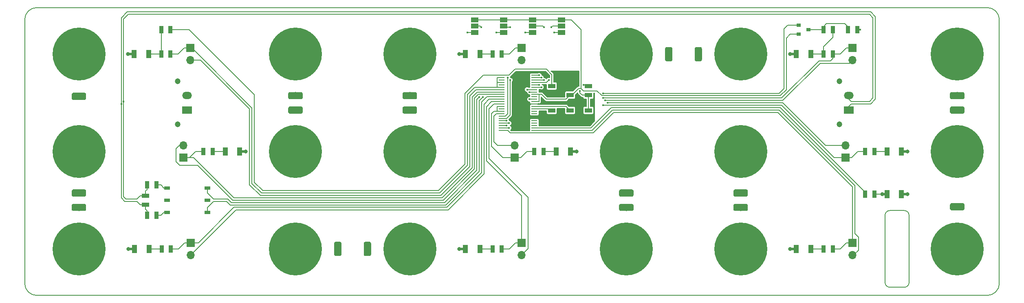
<source format=gbr>
%TF.GenerationSoftware,KiCad,Pcbnew,(5.0.0-rc2-dev-632-g76d3b6f04)*%
%TF.CreationDate,2018-06-22T20:22:36+02:00*%
%TF.ProjectId,CellsBoard,43656C6C73426F6172642E6B69636164,rev?*%
%TF.SameCoordinates,Original*%
%TF.FileFunction,Copper,L1,Top,Signal*%
%TF.FilePolarity,Positive*%
%FSLAX46Y46*%
G04 Gerber Fmt 4.6, Leading zero omitted, Abs format (unit mm)*
G04 Created by KiCad (PCBNEW (5.0.0-rc2-dev-632-g76d3b6f04)) date 06/22/18 20:22:36*
%MOMM*%
%LPD*%
G01*
G04 APERTURE LIST*
%ADD10C,0.150000*%
%ADD11R,1.250000X0.250000*%
%ADD12C,11.000000*%
%ADD13C,0.900000*%
%ADD14C,1.500000*%
%ADD15O,2.000000X1.500000*%
%ADD16R,2.000000X1.500000*%
%ADD17C,1.200000*%
%ADD18R,1.300000X0.750000*%
%ADD19O,1.700000X1.700000*%
%ADD20R,1.700000X1.700000*%
%ADD21R,1.500000X0.970000*%
%ADD22R,0.970000X1.500000*%
%ADD23R,1.070000X1.800000*%
%ADD24R,1.500000X1.000000*%
%ADD25R,0.900000X0.800000*%
%ADD26C,0.800000*%
%ADD27C,0.400000*%
%ADD28C,0.200000*%
%ADD29C,0.500000*%
G04 APERTURE END LIST*
D10*
X229750000Y-132300000D02*
X232750000Y-132300000D01*
X228750000Y-147300000D02*
X228750000Y-133300000D01*
X232750000Y-148300000D02*
X229750000Y-148300000D01*
X233750000Y-133300000D02*
X233750000Y-147300000D01*
X229750000Y-148300000D02*
G75*
G02X228750000Y-147300000I0J1000000D01*
G01*
X228750000Y-133300000D02*
G75*
G02X229750000Y-132300000I1000000J0D01*
G01*
X232750000Y-132300000D02*
G75*
G02X233750000Y-133300000I0J-1000000D01*
G01*
X233750000Y-147300000D02*
G75*
G02X232750000Y-148300000I-1000000J0D01*
G01*
X250000000Y-90000000D02*
X52500000Y-90000000D01*
X250000000Y-90000000D02*
G75*
G02X252500000Y-92500000I0J-2500000D01*
G01*
X252500000Y-147500000D02*
X252500000Y-92500000D01*
X252500000Y-147500000D02*
G75*
G02X250000000Y-150000000I-2500000J0D01*
G01*
X52500000Y-150000000D02*
X250000000Y-150000000D01*
X52500000Y-150000000D02*
G75*
G02X50000000Y-147500000I0J2500000D01*
G01*
X50000000Y-92500000D02*
X50000000Y-147500000D01*
X50000000Y-92500000D02*
G75*
G02X52500000Y-90000000I2500000J0D01*
G01*
D11*
X155875000Y-104100000D03*
X149125000Y-104100000D03*
X155875000Y-104600000D03*
X149125000Y-104600000D03*
X155875000Y-105100000D03*
X149125000Y-105100000D03*
X155875000Y-105600000D03*
X149125000Y-105600000D03*
X155875000Y-106100000D03*
X149125000Y-106100000D03*
X155875000Y-106600000D03*
X149125000Y-106600000D03*
X155875000Y-107100000D03*
X149125000Y-107100000D03*
X155875000Y-107600000D03*
X149125000Y-107600000D03*
X155875000Y-108100000D03*
X149125000Y-108100000D03*
X155875000Y-108600000D03*
X149125000Y-108600000D03*
X155875000Y-109100000D03*
X149125000Y-109100000D03*
X155875000Y-109600000D03*
X149125000Y-109600000D03*
X155875000Y-110100000D03*
X149125000Y-110100000D03*
X155875000Y-110600000D03*
X149125000Y-110600000D03*
X155875000Y-111100000D03*
X149125000Y-111100000D03*
X155875000Y-111600000D03*
X149125000Y-111600000D03*
X155875000Y-112100000D03*
X149125000Y-112100000D03*
X155875000Y-112600000D03*
X149125000Y-112600000D03*
X155875000Y-113100000D03*
X149125000Y-113100000D03*
X155875000Y-113600000D03*
X149125000Y-113600000D03*
X155875000Y-114100000D03*
X149125000Y-114100000D03*
X155875000Y-114600000D03*
X149125000Y-114600000D03*
X155875000Y-115100000D03*
X149125000Y-115100000D03*
X155875000Y-115600000D03*
X149125000Y-115600000D03*
D12*
X106250000Y-140300000D03*
D13*
X110375000Y-140300000D03*
X109176815Y-143226815D03*
X106250000Y-144425000D03*
X103323185Y-143226815D03*
X102125000Y-140300000D03*
X103323185Y-137373185D03*
X106250000Y-136175000D03*
X109176815Y-137373185D03*
X134125000Y-140300000D03*
X125875000Y-140300000D03*
X130000000Y-144425000D03*
X127073185Y-137373185D03*
X132926815Y-137373185D03*
X132926815Y-143226815D03*
X130000000Y-136175000D03*
X127073185Y-143226815D03*
D12*
X130000000Y-140300000D03*
D10*
G36*
X121611756Y-138801806D02*
X121648159Y-138807206D01*
X121683857Y-138816147D01*
X121718506Y-138828545D01*
X121751774Y-138844280D01*
X121783339Y-138863199D01*
X121812897Y-138885121D01*
X121840165Y-138909835D01*
X121864879Y-138937103D01*
X121886801Y-138966661D01*
X121905720Y-138998226D01*
X121921455Y-139031494D01*
X121933853Y-139066143D01*
X121942794Y-139101841D01*
X121948194Y-139138244D01*
X121950000Y-139175000D01*
X121950000Y-141425000D01*
X121948194Y-141461756D01*
X121942794Y-141498159D01*
X121933853Y-141533857D01*
X121921455Y-141568506D01*
X121905720Y-141601774D01*
X121886801Y-141633339D01*
X121864879Y-141662897D01*
X121840165Y-141690165D01*
X121812897Y-141714879D01*
X121783339Y-141736801D01*
X121751774Y-141755720D01*
X121718506Y-141771455D01*
X121683857Y-141783853D01*
X121648159Y-141792794D01*
X121611756Y-141798194D01*
X121575000Y-141800000D01*
X120825000Y-141800000D01*
X120788244Y-141798194D01*
X120751841Y-141792794D01*
X120716143Y-141783853D01*
X120681494Y-141771455D01*
X120648226Y-141755720D01*
X120616661Y-141736801D01*
X120587103Y-141714879D01*
X120559835Y-141690165D01*
X120535121Y-141662897D01*
X120513199Y-141633339D01*
X120494280Y-141601774D01*
X120478545Y-141568506D01*
X120466147Y-141533857D01*
X120457206Y-141498159D01*
X120451806Y-141461756D01*
X120450000Y-141425000D01*
X120450000Y-139175000D01*
X120451806Y-139138244D01*
X120457206Y-139101841D01*
X120466147Y-139066143D01*
X120478545Y-139031494D01*
X120494280Y-138998226D01*
X120513199Y-138966661D01*
X120535121Y-138937103D01*
X120559835Y-138909835D01*
X120587103Y-138885121D01*
X120616661Y-138863199D01*
X120648226Y-138844280D01*
X120681494Y-138828545D01*
X120716143Y-138816147D01*
X120751841Y-138807206D01*
X120788244Y-138801806D01*
X120825000Y-138800000D01*
X121575000Y-138800000D01*
X121611756Y-138801806D01*
X121611756Y-138801806D01*
G37*
D14*
X121200000Y-140300000D03*
D10*
G36*
X115461756Y-138801806D02*
X115498159Y-138807206D01*
X115533857Y-138816147D01*
X115568506Y-138828545D01*
X115601774Y-138844280D01*
X115633339Y-138863199D01*
X115662897Y-138885121D01*
X115690165Y-138909835D01*
X115714879Y-138937103D01*
X115736801Y-138966661D01*
X115755720Y-138998226D01*
X115771455Y-139031494D01*
X115783853Y-139066143D01*
X115792794Y-139101841D01*
X115798194Y-139138244D01*
X115800000Y-139175000D01*
X115800000Y-141425000D01*
X115798194Y-141461756D01*
X115792794Y-141498159D01*
X115783853Y-141533857D01*
X115771455Y-141568506D01*
X115755720Y-141601774D01*
X115736801Y-141633339D01*
X115714879Y-141662897D01*
X115690165Y-141690165D01*
X115662897Y-141714879D01*
X115633339Y-141736801D01*
X115601774Y-141755720D01*
X115568506Y-141771455D01*
X115533857Y-141783853D01*
X115498159Y-141792794D01*
X115461756Y-141798194D01*
X115425000Y-141800000D01*
X114675000Y-141800000D01*
X114638244Y-141798194D01*
X114601841Y-141792794D01*
X114566143Y-141783853D01*
X114531494Y-141771455D01*
X114498226Y-141755720D01*
X114466661Y-141736801D01*
X114437103Y-141714879D01*
X114409835Y-141690165D01*
X114385121Y-141662897D01*
X114363199Y-141633339D01*
X114344280Y-141601774D01*
X114328545Y-141568506D01*
X114316147Y-141533857D01*
X114307206Y-141498159D01*
X114301806Y-141461756D01*
X114300000Y-141425000D01*
X114300000Y-139175000D01*
X114301806Y-139138244D01*
X114307206Y-139101841D01*
X114316147Y-139066143D01*
X114328545Y-139031494D01*
X114344280Y-138998226D01*
X114363199Y-138966661D01*
X114385121Y-138937103D01*
X114409835Y-138909835D01*
X114437103Y-138885121D01*
X114466661Y-138863199D01*
X114498226Y-138844280D01*
X114531494Y-138828545D01*
X114566143Y-138816147D01*
X114601841Y-138807206D01*
X114638244Y-138801806D01*
X114675000Y-138800000D01*
X115425000Y-138800000D01*
X115461756Y-138801806D01*
X115461756Y-138801806D01*
G37*
D14*
X115050000Y-140300000D03*
D12*
X175000000Y-99700000D03*
D13*
X179125000Y-99700000D03*
X177926815Y-102626815D03*
X175000000Y-103825000D03*
X172073185Y-102626815D03*
X170875000Y-99700000D03*
X172073185Y-96773185D03*
X175000000Y-95575000D03*
X177926815Y-96773185D03*
X202875000Y-99700000D03*
X194625000Y-99700000D03*
X198750000Y-103825000D03*
X195823185Y-96773185D03*
X201676815Y-96773185D03*
X201676815Y-102626815D03*
X198750000Y-95575000D03*
X195823185Y-102626815D03*
D12*
X198750000Y-99700000D03*
D10*
G36*
X190361756Y-98201806D02*
X190398159Y-98207206D01*
X190433857Y-98216147D01*
X190468506Y-98228545D01*
X190501774Y-98244280D01*
X190533339Y-98263199D01*
X190562897Y-98285121D01*
X190590165Y-98309835D01*
X190614879Y-98337103D01*
X190636801Y-98366661D01*
X190655720Y-98398226D01*
X190671455Y-98431494D01*
X190683853Y-98466143D01*
X190692794Y-98501841D01*
X190698194Y-98538244D01*
X190700000Y-98575000D01*
X190700000Y-100825000D01*
X190698194Y-100861756D01*
X190692794Y-100898159D01*
X190683853Y-100933857D01*
X190671455Y-100968506D01*
X190655720Y-101001774D01*
X190636801Y-101033339D01*
X190614879Y-101062897D01*
X190590165Y-101090165D01*
X190562897Y-101114879D01*
X190533339Y-101136801D01*
X190501774Y-101155720D01*
X190468506Y-101171455D01*
X190433857Y-101183853D01*
X190398159Y-101192794D01*
X190361756Y-101198194D01*
X190325000Y-101200000D01*
X189575000Y-101200000D01*
X189538244Y-101198194D01*
X189501841Y-101192794D01*
X189466143Y-101183853D01*
X189431494Y-101171455D01*
X189398226Y-101155720D01*
X189366661Y-101136801D01*
X189337103Y-101114879D01*
X189309835Y-101090165D01*
X189285121Y-101062897D01*
X189263199Y-101033339D01*
X189244280Y-101001774D01*
X189228545Y-100968506D01*
X189216147Y-100933857D01*
X189207206Y-100898159D01*
X189201806Y-100861756D01*
X189200000Y-100825000D01*
X189200000Y-98575000D01*
X189201806Y-98538244D01*
X189207206Y-98501841D01*
X189216147Y-98466143D01*
X189228545Y-98431494D01*
X189244280Y-98398226D01*
X189263199Y-98366661D01*
X189285121Y-98337103D01*
X189309835Y-98309835D01*
X189337103Y-98285121D01*
X189366661Y-98263199D01*
X189398226Y-98244280D01*
X189431494Y-98228545D01*
X189466143Y-98216147D01*
X189501841Y-98207206D01*
X189538244Y-98201806D01*
X189575000Y-98200000D01*
X190325000Y-98200000D01*
X190361756Y-98201806D01*
X190361756Y-98201806D01*
G37*
D14*
X189950000Y-99700000D03*
D10*
G36*
X184211756Y-98201806D02*
X184248159Y-98207206D01*
X184283857Y-98216147D01*
X184318506Y-98228545D01*
X184351774Y-98244280D01*
X184383339Y-98263199D01*
X184412897Y-98285121D01*
X184440165Y-98309835D01*
X184464879Y-98337103D01*
X184486801Y-98366661D01*
X184505720Y-98398226D01*
X184521455Y-98431494D01*
X184533853Y-98466143D01*
X184542794Y-98501841D01*
X184548194Y-98538244D01*
X184550000Y-98575000D01*
X184550000Y-100825000D01*
X184548194Y-100861756D01*
X184542794Y-100898159D01*
X184533853Y-100933857D01*
X184521455Y-100968506D01*
X184505720Y-101001774D01*
X184486801Y-101033339D01*
X184464879Y-101062897D01*
X184440165Y-101090165D01*
X184412897Y-101114879D01*
X184383339Y-101136801D01*
X184351774Y-101155720D01*
X184318506Y-101171455D01*
X184283857Y-101183853D01*
X184248159Y-101192794D01*
X184211756Y-101198194D01*
X184175000Y-101200000D01*
X183425000Y-101200000D01*
X183388244Y-101198194D01*
X183351841Y-101192794D01*
X183316143Y-101183853D01*
X183281494Y-101171455D01*
X183248226Y-101155720D01*
X183216661Y-101136801D01*
X183187103Y-101114879D01*
X183159835Y-101090165D01*
X183135121Y-101062897D01*
X183113199Y-101033339D01*
X183094280Y-101001774D01*
X183078545Y-100968506D01*
X183066147Y-100933857D01*
X183057206Y-100898159D01*
X183051806Y-100861756D01*
X183050000Y-100825000D01*
X183050000Y-98575000D01*
X183051806Y-98538244D01*
X183057206Y-98501841D01*
X183066147Y-98466143D01*
X183078545Y-98431494D01*
X183094280Y-98398226D01*
X183113199Y-98366661D01*
X183135121Y-98337103D01*
X183159835Y-98309835D01*
X183187103Y-98285121D01*
X183216661Y-98263199D01*
X183248226Y-98244280D01*
X183281494Y-98228545D01*
X183316143Y-98216147D01*
X183351841Y-98207206D01*
X183388244Y-98201806D01*
X183425000Y-98200000D01*
X184175000Y-98200000D01*
X184211756Y-98201806D01*
X184211756Y-98201806D01*
G37*
D14*
X183800000Y-99700000D03*
D12*
X106250000Y-120000000D03*
D13*
X106250000Y-115875000D03*
X109176815Y-117073185D03*
X110375000Y-120000000D03*
X109176815Y-122926815D03*
X106250000Y-124125000D03*
X103323185Y-122926815D03*
X102125000Y-120000000D03*
X103323185Y-117073185D03*
X106250000Y-95575000D03*
X106250000Y-103825000D03*
X110375000Y-99700000D03*
X103323185Y-102626815D03*
X103323185Y-96773185D03*
X109176815Y-96773185D03*
X102125000Y-99700000D03*
X109176815Y-102626815D03*
D12*
X106250000Y-99700000D03*
D10*
G36*
X107411756Y-107601806D02*
X107448159Y-107607206D01*
X107483857Y-107616147D01*
X107518506Y-107628545D01*
X107551774Y-107644280D01*
X107583339Y-107663199D01*
X107612897Y-107685121D01*
X107640165Y-107709835D01*
X107664879Y-107737103D01*
X107686801Y-107766661D01*
X107705720Y-107798226D01*
X107721455Y-107831494D01*
X107733853Y-107866143D01*
X107742794Y-107901841D01*
X107748194Y-107938244D01*
X107750000Y-107975000D01*
X107750000Y-108725000D01*
X107748194Y-108761756D01*
X107742794Y-108798159D01*
X107733853Y-108833857D01*
X107721455Y-108868506D01*
X107705720Y-108901774D01*
X107686801Y-108933339D01*
X107664879Y-108962897D01*
X107640165Y-108990165D01*
X107612897Y-109014879D01*
X107583339Y-109036801D01*
X107551774Y-109055720D01*
X107518506Y-109071455D01*
X107483857Y-109083853D01*
X107448159Y-109092794D01*
X107411756Y-109098194D01*
X107375000Y-109100000D01*
X105125000Y-109100000D01*
X105088244Y-109098194D01*
X105051841Y-109092794D01*
X105016143Y-109083853D01*
X104981494Y-109071455D01*
X104948226Y-109055720D01*
X104916661Y-109036801D01*
X104887103Y-109014879D01*
X104859835Y-108990165D01*
X104835121Y-108962897D01*
X104813199Y-108933339D01*
X104794280Y-108901774D01*
X104778545Y-108868506D01*
X104766147Y-108833857D01*
X104757206Y-108798159D01*
X104751806Y-108761756D01*
X104750000Y-108725000D01*
X104750000Y-107975000D01*
X104751806Y-107938244D01*
X104757206Y-107901841D01*
X104766147Y-107866143D01*
X104778545Y-107831494D01*
X104794280Y-107798226D01*
X104813199Y-107766661D01*
X104835121Y-107737103D01*
X104859835Y-107709835D01*
X104887103Y-107685121D01*
X104916661Y-107663199D01*
X104948226Y-107644280D01*
X104981494Y-107628545D01*
X105016143Y-107616147D01*
X105051841Y-107607206D01*
X105088244Y-107601806D01*
X105125000Y-107600000D01*
X107375000Y-107600000D01*
X107411756Y-107601806D01*
X107411756Y-107601806D01*
G37*
D14*
X106250000Y-108350000D03*
D10*
G36*
X107411756Y-110601806D02*
X107448159Y-110607206D01*
X107483857Y-110616147D01*
X107518506Y-110628545D01*
X107551774Y-110644280D01*
X107583339Y-110663199D01*
X107612897Y-110685121D01*
X107640165Y-110709835D01*
X107664879Y-110737103D01*
X107686801Y-110766661D01*
X107705720Y-110798226D01*
X107721455Y-110831494D01*
X107733853Y-110866143D01*
X107742794Y-110901841D01*
X107748194Y-110938244D01*
X107750000Y-110975000D01*
X107750000Y-111725000D01*
X107748194Y-111761756D01*
X107742794Y-111798159D01*
X107733853Y-111833857D01*
X107721455Y-111868506D01*
X107705720Y-111901774D01*
X107686801Y-111933339D01*
X107664879Y-111962897D01*
X107640165Y-111990165D01*
X107612897Y-112014879D01*
X107583339Y-112036801D01*
X107551774Y-112055720D01*
X107518506Y-112071455D01*
X107483857Y-112083853D01*
X107448159Y-112092794D01*
X107411756Y-112098194D01*
X107375000Y-112100000D01*
X105125000Y-112100000D01*
X105088244Y-112098194D01*
X105051841Y-112092794D01*
X105016143Y-112083853D01*
X104981494Y-112071455D01*
X104948226Y-112055720D01*
X104916661Y-112036801D01*
X104887103Y-112014879D01*
X104859835Y-111990165D01*
X104835121Y-111962897D01*
X104813199Y-111933339D01*
X104794280Y-111901774D01*
X104778545Y-111868506D01*
X104766147Y-111833857D01*
X104757206Y-111798159D01*
X104751806Y-111761756D01*
X104750000Y-111725000D01*
X104750000Y-110975000D01*
X104751806Y-110938244D01*
X104757206Y-110901841D01*
X104766147Y-110866143D01*
X104778545Y-110831494D01*
X104794280Y-110798226D01*
X104813199Y-110766661D01*
X104835121Y-110737103D01*
X104859835Y-110709835D01*
X104887103Y-110685121D01*
X104916661Y-110663199D01*
X104948226Y-110644280D01*
X104981494Y-110628545D01*
X105016143Y-110616147D01*
X105051841Y-110607206D01*
X105088244Y-110601806D01*
X105125000Y-110600000D01*
X107375000Y-110600000D01*
X107411756Y-110601806D01*
X107411756Y-110601806D01*
G37*
D14*
X106250000Y-111350000D03*
D12*
X61250000Y-140300000D03*
D13*
X61250000Y-136175000D03*
X64176815Y-137373185D03*
X65375000Y-140300000D03*
X64176815Y-143226815D03*
X61250000Y-144425000D03*
X58323185Y-143226815D03*
X57125000Y-140300000D03*
X58323185Y-137373185D03*
X61250000Y-115875000D03*
X61250000Y-124125000D03*
X65375000Y-120000000D03*
X58323185Y-122926815D03*
X58323185Y-117073185D03*
X64176815Y-117073185D03*
X57125000Y-120000000D03*
X64176815Y-122926815D03*
D12*
X61250000Y-120000000D03*
D10*
G36*
X62411756Y-127901806D02*
X62448159Y-127907206D01*
X62483857Y-127916147D01*
X62518506Y-127928545D01*
X62551774Y-127944280D01*
X62583339Y-127963199D01*
X62612897Y-127985121D01*
X62640165Y-128009835D01*
X62664879Y-128037103D01*
X62686801Y-128066661D01*
X62705720Y-128098226D01*
X62721455Y-128131494D01*
X62733853Y-128166143D01*
X62742794Y-128201841D01*
X62748194Y-128238244D01*
X62750000Y-128275000D01*
X62750000Y-129025000D01*
X62748194Y-129061756D01*
X62742794Y-129098159D01*
X62733853Y-129133857D01*
X62721455Y-129168506D01*
X62705720Y-129201774D01*
X62686801Y-129233339D01*
X62664879Y-129262897D01*
X62640165Y-129290165D01*
X62612897Y-129314879D01*
X62583339Y-129336801D01*
X62551774Y-129355720D01*
X62518506Y-129371455D01*
X62483857Y-129383853D01*
X62448159Y-129392794D01*
X62411756Y-129398194D01*
X62375000Y-129400000D01*
X60125000Y-129400000D01*
X60088244Y-129398194D01*
X60051841Y-129392794D01*
X60016143Y-129383853D01*
X59981494Y-129371455D01*
X59948226Y-129355720D01*
X59916661Y-129336801D01*
X59887103Y-129314879D01*
X59859835Y-129290165D01*
X59835121Y-129262897D01*
X59813199Y-129233339D01*
X59794280Y-129201774D01*
X59778545Y-129168506D01*
X59766147Y-129133857D01*
X59757206Y-129098159D01*
X59751806Y-129061756D01*
X59750000Y-129025000D01*
X59750000Y-128275000D01*
X59751806Y-128238244D01*
X59757206Y-128201841D01*
X59766147Y-128166143D01*
X59778545Y-128131494D01*
X59794280Y-128098226D01*
X59813199Y-128066661D01*
X59835121Y-128037103D01*
X59859835Y-128009835D01*
X59887103Y-127985121D01*
X59916661Y-127963199D01*
X59948226Y-127944280D01*
X59981494Y-127928545D01*
X60016143Y-127916147D01*
X60051841Y-127907206D01*
X60088244Y-127901806D01*
X60125000Y-127900000D01*
X62375000Y-127900000D01*
X62411756Y-127901806D01*
X62411756Y-127901806D01*
G37*
D14*
X61250000Y-128650000D03*
D10*
G36*
X62411756Y-130901806D02*
X62448159Y-130907206D01*
X62483857Y-130916147D01*
X62518506Y-130928545D01*
X62551774Y-130944280D01*
X62583339Y-130963199D01*
X62612897Y-130985121D01*
X62640165Y-131009835D01*
X62664879Y-131037103D01*
X62686801Y-131066661D01*
X62705720Y-131098226D01*
X62721455Y-131131494D01*
X62733853Y-131166143D01*
X62742794Y-131201841D01*
X62748194Y-131238244D01*
X62750000Y-131275000D01*
X62750000Y-132025000D01*
X62748194Y-132061756D01*
X62742794Y-132098159D01*
X62733853Y-132133857D01*
X62721455Y-132168506D01*
X62705720Y-132201774D01*
X62686801Y-132233339D01*
X62664879Y-132262897D01*
X62640165Y-132290165D01*
X62612897Y-132314879D01*
X62583339Y-132336801D01*
X62551774Y-132355720D01*
X62518506Y-132371455D01*
X62483857Y-132383853D01*
X62448159Y-132392794D01*
X62411756Y-132398194D01*
X62375000Y-132400000D01*
X60125000Y-132400000D01*
X60088244Y-132398194D01*
X60051841Y-132392794D01*
X60016143Y-132383853D01*
X59981494Y-132371455D01*
X59948226Y-132355720D01*
X59916661Y-132336801D01*
X59887103Y-132314879D01*
X59859835Y-132290165D01*
X59835121Y-132262897D01*
X59813199Y-132233339D01*
X59794280Y-132201774D01*
X59778545Y-132168506D01*
X59766147Y-132133857D01*
X59757206Y-132098159D01*
X59751806Y-132061756D01*
X59750000Y-132025000D01*
X59750000Y-131275000D01*
X59751806Y-131238244D01*
X59757206Y-131201841D01*
X59766147Y-131166143D01*
X59778545Y-131131494D01*
X59794280Y-131098226D01*
X59813199Y-131066661D01*
X59835121Y-131037103D01*
X59859835Y-131009835D01*
X59887103Y-130985121D01*
X59916661Y-130963199D01*
X59948226Y-130944280D01*
X59981494Y-130928545D01*
X60016143Y-130916147D01*
X60051841Y-130907206D01*
X60088244Y-130901806D01*
X60125000Y-130900000D01*
X62375000Y-130900000D01*
X62411756Y-130901806D01*
X62411756Y-130901806D01*
G37*
D14*
X61250000Y-131650000D03*
D12*
X175000000Y-120000000D03*
D13*
X175000000Y-124125000D03*
X172073185Y-122926815D03*
X170875000Y-120000000D03*
X172073185Y-117073185D03*
X175000000Y-115875000D03*
X177926815Y-117073185D03*
X179125000Y-120000000D03*
X177926815Y-122926815D03*
X175000000Y-144425000D03*
X175000000Y-136175000D03*
X170875000Y-140300000D03*
X177926815Y-137373185D03*
X177926815Y-143226815D03*
X172073185Y-143226815D03*
X179125000Y-140300000D03*
X172073185Y-137373185D03*
D12*
X175000000Y-140300000D03*
D10*
G36*
X176161756Y-130901806D02*
X176198159Y-130907206D01*
X176233857Y-130916147D01*
X176268506Y-130928545D01*
X176301774Y-130944280D01*
X176333339Y-130963199D01*
X176362897Y-130985121D01*
X176390165Y-131009835D01*
X176414879Y-131037103D01*
X176436801Y-131066661D01*
X176455720Y-131098226D01*
X176471455Y-131131494D01*
X176483853Y-131166143D01*
X176492794Y-131201841D01*
X176498194Y-131238244D01*
X176500000Y-131275000D01*
X176500000Y-132025000D01*
X176498194Y-132061756D01*
X176492794Y-132098159D01*
X176483853Y-132133857D01*
X176471455Y-132168506D01*
X176455720Y-132201774D01*
X176436801Y-132233339D01*
X176414879Y-132262897D01*
X176390165Y-132290165D01*
X176362897Y-132314879D01*
X176333339Y-132336801D01*
X176301774Y-132355720D01*
X176268506Y-132371455D01*
X176233857Y-132383853D01*
X176198159Y-132392794D01*
X176161756Y-132398194D01*
X176125000Y-132400000D01*
X173875000Y-132400000D01*
X173838244Y-132398194D01*
X173801841Y-132392794D01*
X173766143Y-132383853D01*
X173731494Y-132371455D01*
X173698226Y-132355720D01*
X173666661Y-132336801D01*
X173637103Y-132314879D01*
X173609835Y-132290165D01*
X173585121Y-132262897D01*
X173563199Y-132233339D01*
X173544280Y-132201774D01*
X173528545Y-132168506D01*
X173516147Y-132133857D01*
X173507206Y-132098159D01*
X173501806Y-132061756D01*
X173500000Y-132025000D01*
X173500000Y-131275000D01*
X173501806Y-131238244D01*
X173507206Y-131201841D01*
X173516147Y-131166143D01*
X173528545Y-131131494D01*
X173544280Y-131098226D01*
X173563199Y-131066661D01*
X173585121Y-131037103D01*
X173609835Y-131009835D01*
X173637103Y-130985121D01*
X173666661Y-130963199D01*
X173698226Y-130944280D01*
X173731494Y-130928545D01*
X173766143Y-130916147D01*
X173801841Y-130907206D01*
X173838244Y-130901806D01*
X173875000Y-130900000D01*
X176125000Y-130900000D01*
X176161756Y-130901806D01*
X176161756Y-130901806D01*
G37*
D14*
X175000000Y-131650000D03*
D10*
G36*
X176161756Y-127901806D02*
X176198159Y-127907206D01*
X176233857Y-127916147D01*
X176268506Y-127928545D01*
X176301774Y-127944280D01*
X176333339Y-127963199D01*
X176362897Y-127985121D01*
X176390165Y-128009835D01*
X176414879Y-128037103D01*
X176436801Y-128066661D01*
X176455720Y-128098226D01*
X176471455Y-128131494D01*
X176483853Y-128166143D01*
X176492794Y-128201841D01*
X176498194Y-128238244D01*
X176500000Y-128275000D01*
X176500000Y-129025000D01*
X176498194Y-129061756D01*
X176492794Y-129098159D01*
X176483853Y-129133857D01*
X176471455Y-129168506D01*
X176455720Y-129201774D01*
X176436801Y-129233339D01*
X176414879Y-129262897D01*
X176390165Y-129290165D01*
X176362897Y-129314879D01*
X176333339Y-129336801D01*
X176301774Y-129355720D01*
X176268506Y-129371455D01*
X176233857Y-129383853D01*
X176198159Y-129392794D01*
X176161756Y-129398194D01*
X176125000Y-129400000D01*
X173875000Y-129400000D01*
X173838244Y-129398194D01*
X173801841Y-129392794D01*
X173766143Y-129383853D01*
X173731494Y-129371455D01*
X173698226Y-129355720D01*
X173666661Y-129336801D01*
X173637103Y-129314879D01*
X173609835Y-129290165D01*
X173585121Y-129262897D01*
X173563199Y-129233339D01*
X173544280Y-129201774D01*
X173528545Y-129168506D01*
X173516147Y-129133857D01*
X173507206Y-129098159D01*
X173501806Y-129061756D01*
X173500000Y-129025000D01*
X173500000Y-128275000D01*
X173501806Y-128238244D01*
X173507206Y-128201841D01*
X173516147Y-128166143D01*
X173528545Y-128131494D01*
X173544280Y-128098226D01*
X173563199Y-128066661D01*
X173585121Y-128037103D01*
X173609835Y-128009835D01*
X173637103Y-127985121D01*
X173666661Y-127963199D01*
X173698226Y-127944280D01*
X173731494Y-127928545D01*
X173766143Y-127916147D01*
X173801841Y-127907206D01*
X173838244Y-127901806D01*
X173875000Y-127900000D01*
X176125000Y-127900000D01*
X176161756Y-127901806D01*
X176161756Y-127901806D01*
G37*
D14*
X175000000Y-128650000D03*
D12*
X130000000Y-99700000D03*
D13*
X130000000Y-103825000D03*
X127073185Y-102626815D03*
X125875000Y-99700000D03*
X127073185Y-96773185D03*
X130000000Y-95575000D03*
X132926815Y-96773185D03*
X134125000Y-99700000D03*
X132926815Y-102626815D03*
X130000000Y-124125000D03*
X130000000Y-115875000D03*
X125875000Y-120000000D03*
X132926815Y-117073185D03*
X132926815Y-122926815D03*
X127073185Y-122926815D03*
X134125000Y-120000000D03*
X127073185Y-117073185D03*
D12*
X130000000Y-120000000D03*
D10*
G36*
X131161756Y-110601806D02*
X131198159Y-110607206D01*
X131233857Y-110616147D01*
X131268506Y-110628545D01*
X131301774Y-110644280D01*
X131333339Y-110663199D01*
X131362897Y-110685121D01*
X131390165Y-110709835D01*
X131414879Y-110737103D01*
X131436801Y-110766661D01*
X131455720Y-110798226D01*
X131471455Y-110831494D01*
X131483853Y-110866143D01*
X131492794Y-110901841D01*
X131498194Y-110938244D01*
X131500000Y-110975000D01*
X131500000Y-111725000D01*
X131498194Y-111761756D01*
X131492794Y-111798159D01*
X131483853Y-111833857D01*
X131471455Y-111868506D01*
X131455720Y-111901774D01*
X131436801Y-111933339D01*
X131414879Y-111962897D01*
X131390165Y-111990165D01*
X131362897Y-112014879D01*
X131333339Y-112036801D01*
X131301774Y-112055720D01*
X131268506Y-112071455D01*
X131233857Y-112083853D01*
X131198159Y-112092794D01*
X131161756Y-112098194D01*
X131125000Y-112100000D01*
X128875000Y-112100000D01*
X128838244Y-112098194D01*
X128801841Y-112092794D01*
X128766143Y-112083853D01*
X128731494Y-112071455D01*
X128698226Y-112055720D01*
X128666661Y-112036801D01*
X128637103Y-112014879D01*
X128609835Y-111990165D01*
X128585121Y-111962897D01*
X128563199Y-111933339D01*
X128544280Y-111901774D01*
X128528545Y-111868506D01*
X128516147Y-111833857D01*
X128507206Y-111798159D01*
X128501806Y-111761756D01*
X128500000Y-111725000D01*
X128500000Y-110975000D01*
X128501806Y-110938244D01*
X128507206Y-110901841D01*
X128516147Y-110866143D01*
X128528545Y-110831494D01*
X128544280Y-110798226D01*
X128563199Y-110766661D01*
X128585121Y-110737103D01*
X128609835Y-110709835D01*
X128637103Y-110685121D01*
X128666661Y-110663199D01*
X128698226Y-110644280D01*
X128731494Y-110628545D01*
X128766143Y-110616147D01*
X128801841Y-110607206D01*
X128838244Y-110601806D01*
X128875000Y-110600000D01*
X131125000Y-110600000D01*
X131161756Y-110601806D01*
X131161756Y-110601806D01*
G37*
D14*
X130000000Y-111350000D03*
D10*
G36*
X131161756Y-107601806D02*
X131198159Y-107607206D01*
X131233857Y-107616147D01*
X131268506Y-107628545D01*
X131301774Y-107644280D01*
X131333339Y-107663199D01*
X131362897Y-107685121D01*
X131390165Y-107709835D01*
X131414879Y-107737103D01*
X131436801Y-107766661D01*
X131455720Y-107798226D01*
X131471455Y-107831494D01*
X131483853Y-107866143D01*
X131492794Y-107901841D01*
X131498194Y-107938244D01*
X131500000Y-107975000D01*
X131500000Y-108725000D01*
X131498194Y-108761756D01*
X131492794Y-108798159D01*
X131483853Y-108833857D01*
X131471455Y-108868506D01*
X131455720Y-108901774D01*
X131436801Y-108933339D01*
X131414879Y-108962897D01*
X131390165Y-108990165D01*
X131362897Y-109014879D01*
X131333339Y-109036801D01*
X131301774Y-109055720D01*
X131268506Y-109071455D01*
X131233857Y-109083853D01*
X131198159Y-109092794D01*
X131161756Y-109098194D01*
X131125000Y-109100000D01*
X128875000Y-109100000D01*
X128838244Y-109098194D01*
X128801841Y-109092794D01*
X128766143Y-109083853D01*
X128731494Y-109071455D01*
X128698226Y-109055720D01*
X128666661Y-109036801D01*
X128637103Y-109014879D01*
X128609835Y-108990165D01*
X128585121Y-108962897D01*
X128563199Y-108933339D01*
X128544280Y-108901774D01*
X128528545Y-108868506D01*
X128516147Y-108833857D01*
X128507206Y-108798159D01*
X128501806Y-108761756D01*
X128500000Y-108725000D01*
X128500000Y-107975000D01*
X128501806Y-107938244D01*
X128507206Y-107901841D01*
X128516147Y-107866143D01*
X128528545Y-107831494D01*
X128544280Y-107798226D01*
X128563199Y-107766661D01*
X128585121Y-107737103D01*
X128609835Y-107709835D01*
X128637103Y-107685121D01*
X128666661Y-107663199D01*
X128698226Y-107644280D01*
X128731494Y-107628545D01*
X128766143Y-107616147D01*
X128801841Y-107607206D01*
X128838244Y-107601806D01*
X128875000Y-107600000D01*
X131125000Y-107600000D01*
X131161756Y-107601806D01*
X131161756Y-107601806D01*
G37*
D14*
X130000000Y-108350000D03*
D12*
X243750000Y-120000000D03*
D13*
X243750000Y-115875000D03*
X246676815Y-117073185D03*
X247875000Y-120000000D03*
X246676815Y-122926815D03*
X243750000Y-124125000D03*
X240823185Y-122926815D03*
X239625000Y-120000000D03*
X240823185Y-117073185D03*
X243750000Y-95575000D03*
X243750000Y-103825000D03*
X247875000Y-99700000D03*
X240823185Y-102626815D03*
X240823185Y-96773185D03*
X246676815Y-96773185D03*
X239625000Y-99700000D03*
X246676815Y-102626815D03*
D12*
X243750000Y-99700000D03*
D10*
G36*
X244911756Y-107601806D02*
X244948159Y-107607206D01*
X244983857Y-107616147D01*
X245018506Y-107628545D01*
X245051774Y-107644280D01*
X245083339Y-107663199D01*
X245112897Y-107685121D01*
X245140165Y-107709835D01*
X245164879Y-107737103D01*
X245186801Y-107766661D01*
X245205720Y-107798226D01*
X245221455Y-107831494D01*
X245233853Y-107866143D01*
X245242794Y-107901841D01*
X245248194Y-107938244D01*
X245250000Y-107975000D01*
X245250000Y-108725000D01*
X245248194Y-108761756D01*
X245242794Y-108798159D01*
X245233853Y-108833857D01*
X245221455Y-108868506D01*
X245205720Y-108901774D01*
X245186801Y-108933339D01*
X245164879Y-108962897D01*
X245140165Y-108990165D01*
X245112897Y-109014879D01*
X245083339Y-109036801D01*
X245051774Y-109055720D01*
X245018506Y-109071455D01*
X244983857Y-109083853D01*
X244948159Y-109092794D01*
X244911756Y-109098194D01*
X244875000Y-109100000D01*
X242625000Y-109100000D01*
X242588244Y-109098194D01*
X242551841Y-109092794D01*
X242516143Y-109083853D01*
X242481494Y-109071455D01*
X242448226Y-109055720D01*
X242416661Y-109036801D01*
X242387103Y-109014879D01*
X242359835Y-108990165D01*
X242335121Y-108962897D01*
X242313199Y-108933339D01*
X242294280Y-108901774D01*
X242278545Y-108868506D01*
X242266147Y-108833857D01*
X242257206Y-108798159D01*
X242251806Y-108761756D01*
X242250000Y-108725000D01*
X242250000Y-107975000D01*
X242251806Y-107938244D01*
X242257206Y-107901841D01*
X242266147Y-107866143D01*
X242278545Y-107831494D01*
X242294280Y-107798226D01*
X242313199Y-107766661D01*
X242335121Y-107737103D01*
X242359835Y-107709835D01*
X242387103Y-107685121D01*
X242416661Y-107663199D01*
X242448226Y-107644280D01*
X242481494Y-107628545D01*
X242516143Y-107616147D01*
X242551841Y-107607206D01*
X242588244Y-107601806D01*
X242625000Y-107600000D01*
X244875000Y-107600000D01*
X244911756Y-107601806D01*
X244911756Y-107601806D01*
G37*
D14*
X243750000Y-108350000D03*
D10*
G36*
X244911756Y-110601806D02*
X244948159Y-110607206D01*
X244983857Y-110616147D01*
X245018506Y-110628545D01*
X245051774Y-110644280D01*
X245083339Y-110663199D01*
X245112897Y-110685121D01*
X245140165Y-110709835D01*
X245164879Y-110737103D01*
X245186801Y-110766661D01*
X245205720Y-110798226D01*
X245221455Y-110831494D01*
X245233853Y-110866143D01*
X245242794Y-110901841D01*
X245248194Y-110938244D01*
X245250000Y-110975000D01*
X245250000Y-111725000D01*
X245248194Y-111761756D01*
X245242794Y-111798159D01*
X245233853Y-111833857D01*
X245221455Y-111868506D01*
X245205720Y-111901774D01*
X245186801Y-111933339D01*
X245164879Y-111962897D01*
X245140165Y-111990165D01*
X245112897Y-112014879D01*
X245083339Y-112036801D01*
X245051774Y-112055720D01*
X245018506Y-112071455D01*
X244983857Y-112083853D01*
X244948159Y-112092794D01*
X244911756Y-112098194D01*
X244875000Y-112100000D01*
X242625000Y-112100000D01*
X242588244Y-112098194D01*
X242551841Y-112092794D01*
X242516143Y-112083853D01*
X242481494Y-112071455D01*
X242448226Y-112055720D01*
X242416661Y-112036801D01*
X242387103Y-112014879D01*
X242359835Y-111990165D01*
X242335121Y-111962897D01*
X242313199Y-111933339D01*
X242294280Y-111901774D01*
X242278545Y-111868506D01*
X242266147Y-111833857D01*
X242257206Y-111798159D01*
X242251806Y-111761756D01*
X242250000Y-111725000D01*
X242250000Y-110975000D01*
X242251806Y-110938244D01*
X242257206Y-110901841D01*
X242266147Y-110866143D01*
X242278545Y-110831494D01*
X242294280Y-110798226D01*
X242313199Y-110766661D01*
X242335121Y-110737103D01*
X242359835Y-110709835D01*
X242387103Y-110685121D01*
X242416661Y-110663199D01*
X242448226Y-110644280D01*
X242481494Y-110628545D01*
X242516143Y-110616147D01*
X242551841Y-110607206D01*
X242588244Y-110601806D01*
X242625000Y-110600000D01*
X244875000Y-110600000D01*
X244911756Y-110601806D01*
X244911756Y-110601806D01*
G37*
D14*
X243750000Y-111350000D03*
D12*
X198750000Y-140300000D03*
D13*
X198750000Y-136175000D03*
X201676815Y-137373185D03*
X202875000Y-140300000D03*
X201676815Y-143226815D03*
X198750000Y-144425000D03*
X195823185Y-143226815D03*
X194625000Y-140300000D03*
X195823185Y-137373185D03*
X198750000Y-115875000D03*
X198750000Y-124125000D03*
X202875000Y-120000000D03*
X195823185Y-122926815D03*
X195823185Y-117073185D03*
X201676815Y-117073185D03*
X194625000Y-120000000D03*
X201676815Y-122926815D03*
D12*
X198750000Y-120000000D03*
D10*
G36*
X199911756Y-127901806D02*
X199948159Y-127907206D01*
X199983857Y-127916147D01*
X200018506Y-127928545D01*
X200051774Y-127944280D01*
X200083339Y-127963199D01*
X200112897Y-127985121D01*
X200140165Y-128009835D01*
X200164879Y-128037103D01*
X200186801Y-128066661D01*
X200205720Y-128098226D01*
X200221455Y-128131494D01*
X200233853Y-128166143D01*
X200242794Y-128201841D01*
X200248194Y-128238244D01*
X200250000Y-128275000D01*
X200250000Y-129025000D01*
X200248194Y-129061756D01*
X200242794Y-129098159D01*
X200233853Y-129133857D01*
X200221455Y-129168506D01*
X200205720Y-129201774D01*
X200186801Y-129233339D01*
X200164879Y-129262897D01*
X200140165Y-129290165D01*
X200112897Y-129314879D01*
X200083339Y-129336801D01*
X200051774Y-129355720D01*
X200018506Y-129371455D01*
X199983857Y-129383853D01*
X199948159Y-129392794D01*
X199911756Y-129398194D01*
X199875000Y-129400000D01*
X197625000Y-129400000D01*
X197588244Y-129398194D01*
X197551841Y-129392794D01*
X197516143Y-129383853D01*
X197481494Y-129371455D01*
X197448226Y-129355720D01*
X197416661Y-129336801D01*
X197387103Y-129314879D01*
X197359835Y-129290165D01*
X197335121Y-129262897D01*
X197313199Y-129233339D01*
X197294280Y-129201774D01*
X197278545Y-129168506D01*
X197266147Y-129133857D01*
X197257206Y-129098159D01*
X197251806Y-129061756D01*
X197250000Y-129025000D01*
X197250000Y-128275000D01*
X197251806Y-128238244D01*
X197257206Y-128201841D01*
X197266147Y-128166143D01*
X197278545Y-128131494D01*
X197294280Y-128098226D01*
X197313199Y-128066661D01*
X197335121Y-128037103D01*
X197359835Y-128009835D01*
X197387103Y-127985121D01*
X197416661Y-127963199D01*
X197448226Y-127944280D01*
X197481494Y-127928545D01*
X197516143Y-127916147D01*
X197551841Y-127907206D01*
X197588244Y-127901806D01*
X197625000Y-127900000D01*
X199875000Y-127900000D01*
X199911756Y-127901806D01*
X199911756Y-127901806D01*
G37*
D14*
X198750000Y-128650000D03*
D10*
G36*
X199911756Y-130901806D02*
X199948159Y-130907206D01*
X199983857Y-130916147D01*
X200018506Y-130928545D01*
X200051774Y-130944280D01*
X200083339Y-130963199D01*
X200112897Y-130985121D01*
X200140165Y-131009835D01*
X200164879Y-131037103D01*
X200186801Y-131066661D01*
X200205720Y-131098226D01*
X200221455Y-131131494D01*
X200233853Y-131166143D01*
X200242794Y-131201841D01*
X200248194Y-131238244D01*
X200250000Y-131275000D01*
X200250000Y-132025000D01*
X200248194Y-132061756D01*
X200242794Y-132098159D01*
X200233853Y-132133857D01*
X200221455Y-132168506D01*
X200205720Y-132201774D01*
X200186801Y-132233339D01*
X200164879Y-132262897D01*
X200140165Y-132290165D01*
X200112897Y-132314879D01*
X200083339Y-132336801D01*
X200051774Y-132355720D01*
X200018506Y-132371455D01*
X199983857Y-132383853D01*
X199948159Y-132392794D01*
X199911756Y-132398194D01*
X199875000Y-132400000D01*
X197625000Y-132400000D01*
X197588244Y-132398194D01*
X197551841Y-132392794D01*
X197516143Y-132383853D01*
X197481494Y-132371455D01*
X197448226Y-132355720D01*
X197416661Y-132336801D01*
X197387103Y-132314879D01*
X197359835Y-132290165D01*
X197335121Y-132262897D01*
X197313199Y-132233339D01*
X197294280Y-132201774D01*
X197278545Y-132168506D01*
X197266147Y-132133857D01*
X197257206Y-132098159D01*
X197251806Y-132061756D01*
X197250000Y-132025000D01*
X197250000Y-131275000D01*
X197251806Y-131238244D01*
X197257206Y-131201841D01*
X197266147Y-131166143D01*
X197278545Y-131131494D01*
X197294280Y-131098226D01*
X197313199Y-131066661D01*
X197335121Y-131037103D01*
X197359835Y-131009835D01*
X197387103Y-130985121D01*
X197416661Y-130963199D01*
X197448226Y-130944280D01*
X197481494Y-130928545D01*
X197516143Y-130916147D01*
X197551841Y-130907206D01*
X197588244Y-130901806D01*
X197625000Y-130900000D01*
X199875000Y-130900000D01*
X199911756Y-130901806D01*
X199911756Y-130901806D01*
G37*
D14*
X198750000Y-131650000D03*
D10*
G36*
X62411756Y-107751806D02*
X62448159Y-107757206D01*
X62483857Y-107766147D01*
X62518506Y-107778545D01*
X62551774Y-107794280D01*
X62583339Y-107813199D01*
X62612897Y-107835121D01*
X62640165Y-107859835D01*
X62664879Y-107887103D01*
X62686801Y-107916661D01*
X62705720Y-107948226D01*
X62721455Y-107981494D01*
X62733853Y-108016143D01*
X62742794Y-108051841D01*
X62748194Y-108088244D01*
X62750000Y-108125000D01*
X62750000Y-108875000D01*
X62748194Y-108911756D01*
X62742794Y-108948159D01*
X62733853Y-108983857D01*
X62721455Y-109018506D01*
X62705720Y-109051774D01*
X62686801Y-109083339D01*
X62664879Y-109112897D01*
X62640165Y-109140165D01*
X62612897Y-109164879D01*
X62583339Y-109186801D01*
X62551774Y-109205720D01*
X62518506Y-109221455D01*
X62483857Y-109233853D01*
X62448159Y-109242794D01*
X62411756Y-109248194D01*
X62375000Y-109250000D01*
X60125000Y-109250000D01*
X60088244Y-109248194D01*
X60051841Y-109242794D01*
X60016143Y-109233853D01*
X59981494Y-109221455D01*
X59948226Y-109205720D01*
X59916661Y-109186801D01*
X59887103Y-109164879D01*
X59859835Y-109140165D01*
X59835121Y-109112897D01*
X59813199Y-109083339D01*
X59794280Y-109051774D01*
X59778545Y-109018506D01*
X59766147Y-108983857D01*
X59757206Y-108948159D01*
X59751806Y-108911756D01*
X59750000Y-108875000D01*
X59750000Y-108125000D01*
X59751806Y-108088244D01*
X59757206Y-108051841D01*
X59766147Y-108016143D01*
X59778545Y-107981494D01*
X59794280Y-107948226D01*
X59813199Y-107916661D01*
X59835121Y-107887103D01*
X59859835Y-107859835D01*
X59887103Y-107835121D01*
X59916661Y-107813199D01*
X59948226Y-107794280D01*
X59981494Y-107778545D01*
X60016143Y-107766147D01*
X60051841Y-107757206D01*
X60088244Y-107751806D01*
X60125000Y-107750000D01*
X62375000Y-107750000D01*
X62411756Y-107751806D01*
X62411756Y-107751806D01*
G37*
D14*
X61250000Y-108500000D03*
D13*
X58323185Y-96773185D03*
X57125000Y-99700000D03*
X58323185Y-102626815D03*
X61250000Y-103825000D03*
X64176815Y-102626815D03*
X65375000Y-99700000D03*
X64176815Y-96773185D03*
X61250000Y-95575000D03*
D12*
X61250000Y-99700000D03*
D15*
X83750000Y-108350000D03*
D16*
X83750000Y-111350000D03*
D17*
X81790000Y-105350000D03*
X81790000Y-114350000D03*
D15*
X221250000Y-108350000D03*
D16*
X221250000Y-111350000D03*
D17*
X219290000Y-105350000D03*
X219290000Y-114350000D03*
D12*
X243750000Y-140300000D03*
D13*
X243750000Y-136175000D03*
X246676815Y-137373185D03*
X247875000Y-140300000D03*
X246676815Y-143226815D03*
X243750000Y-144425000D03*
X240823185Y-143226815D03*
X239625000Y-140300000D03*
X240823185Y-137373185D03*
D10*
G36*
X244911756Y-130751806D02*
X244948159Y-130757206D01*
X244983857Y-130766147D01*
X245018506Y-130778545D01*
X245051774Y-130794280D01*
X245083339Y-130813199D01*
X245112897Y-130835121D01*
X245140165Y-130859835D01*
X245164879Y-130887103D01*
X245186801Y-130916661D01*
X245205720Y-130948226D01*
X245221455Y-130981494D01*
X245233853Y-131016143D01*
X245242794Y-131051841D01*
X245248194Y-131088244D01*
X245250000Y-131125000D01*
X245250000Y-131875000D01*
X245248194Y-131911756D01*
X245242794Y-131948159D01*
X245233853Y-131983857D01*
X245221455Y-132018506D01*
X245205720Y-132051774D01*
X245186801Y-132083339D01*
X245164879Y-132112897D01*
X245140165Y-132140165D01*
X245112897Y-132164879D01*
X245083339Y-132186801D01*
X245051774Y-132205720D01*
X245018506Y-132221455D01*
X244983857Y-132233853D01*
X244948159Y-132242794D01*
X244911756Y-132248194D01*
X244875000Y-132250000D01*
X242625000Y-132250000D01*
X242588244Y-132248194D01*
X242551841Y-132242794D01*
X242516143Y-132233853D01*
X242481494Y-132221455D01*
X242448226Y-132205720D01*
X242416661Y-132186801D01*
X242387103Y-132164879D01*
X242359835Y-132140165D01*
X242335121Y-132112897D01*
X242313199Y-132083339D01*
X242294280Y-132051774D01*
X242278545Y-132018506D01*
X242266147Y-131983857D01*
X242257206Y-131948159D01*
X242251806Y-131911756D01*
X242250000Y-131875000D01*
X242250000Y-131125000D01*
X242251806Y-131088244D01*
X242257206Y-131051841D01*
X242266147Y-131016143D01*
X242278545Y-130981494D01*
X242294280Y-130948226D01*
X242313199Y-130916661D01*
X242335121Y-130887103D01*
X242359835Y-130859835D01*
X242387103Y-130835121D01*
X242416661Y-130813199D01*
X242448226Y-130794280D01*
X242481494Y-130778545D01*
X242516143Y-130766147D01*
X242551841Y-130757206D01*
X242588244Y-130751806D01*
X242625000Y-130750000D01*
X244875000Y-130750000D01*
X244911756Y-130751806D01*
X244911756Y-130751806D01*
G37*
D14*
X243750000Y-131500000D03*
D18*
X87950000Y-127610000D03*
X79550000Y-127610000D03*
X87950000Y-130150000D03*
X79550000Y-130150000D03*
X87950000Y-132690000D03*
X79550000Y-132690000D03*
D19*
X84400000Y-100970000D03*
D20*
X84400000Y-98430000D03*
X83000000Y-121270000D03*
D19*
X83000000Y-118730000D03*
X84500000Y-141570000D03*
D20*
X84500000Y-139030000D03*
D19*
X153250000Y-141570000D03*
D20*
X153250000Y-139030000D03*
D19*
X151750000Y-118730000D03*
D20*
X151750000Y-121270000D03*
D19*
X153250000Y-100970000D03*
D20*
X153250000Y-98430000D03*
D19*
X222000000Y-100970000D03*
D20*
X222000000Y-98430000D03*
D19*
X220500000Y-118730000D03*
D20*
X220500000Y-121270000D03*
X222000000Y-139030000D03*
D19*
X222000000Y-141570000D03*
D21*
X159485000Y-106355000D03*
X159485000Y-108265000D03*
X163295000Y-113345000D03*
X163295000Y-111435000D03*
X159485000Y-111435000D03*
X159485000Y-113345000D03*
D22*
X221045000Y-94620000D03*
X222955000Y-94620000D03*
D21*
X163295000Y-106355000D03*
X163295000Y-108265000D03*
D23*
X72735000Y-99700000D03*
X75745000Y-99700000D03*
X94665000Y-120000000D03*
X91655000Y-120000000D03*
X72835000Y-140300000D03*
X75845000Y-140300000D03*
X144595000Y-140300000D03*
X141585000Y-140300000D03*
X163415000Y-120000000D03*
X160405000Y-120000000D03*
X144595000Y-99700000D03*
X141585000Y-99700000D03*
X210335000Y-99700000D03*
X213345000Y-99700000D03*
X229155000Y-120000000D03*
X232165000Y-120000000D03*
X213345000Y-140300000D03*
X210335000Y-140300000D03*
X229155000Y-128880000D03*
X232165000Y-128880000D03*
D24*
X143500000Y-95150000D03*
X143500000Y-93850000D03*
X143500000Y-92550000D03*
X149500000Y-92550000D03*
X149500000Y-93850000D03*
X149500000Y-95150000D03*
X155500000Y-95150000D03*
X155500000Y-93850000D03*
X155500000Y-92550000D03*
X161500000Y-95150000D03*
X161500000Y-93850000D03*
X161500000Y-92550000D03*
D25*
X210840000Y-93670000D03*
X210840000Y-95570000D03*
X212840000Y-94620000D03*
D22*
X217875000Y-94620000D03*
X215965000Y-94620000D03*
X78365000Y-94620000D03*
X80275000Y-94620000D03*
X80275000Y-99700000D03*
X78365000Y-99700000D03*
X89035000Y-120000000D03*
X87125000Y-120000000D03*
X78465000Y-140300000D03*
X80375000Y-140300000D03*
X149125000Y-140300000D03*
X147215000Y-140300000D03*
X157785000Y-120000000D03*
X155875000Y-120000000D03*
X149125000Y-99700000D03*
X147215000Y-99700000D03*
X215965000Y-99700000D03*
X217875000Y-99700000D03*
X224625000Y-120000000D03*
X226535000Y-120000000D03*
D21*
X167105000Y-111435000D03*
X167105000Y-113345000D03*
X167105000Y-106355000D03*
X167105000Y-108265000D03*
D22*
X217875000Y-140300000D03*
X215965000Y-140300000D03*
X75420000Y-126975000D03*
X77330000Y-126975000D03*
D21*
X75105000Y-131105000D03*
X75105000Y-129195000D03*
D22*
X224625000Y-128880000D03*
X226535000Y-128880000D03*
X77330000Y-133325000D03*
X75420000Y-133325000D03*
D26*
X228155000Y-128880000D03*
D27*
X223585000Y-94620000D03*
X152500000Y-107350000D03*
X152500000Y-112350000D03*
X152500000Y-109850000D03*
X162500000Y-104850000D03*
X165000000Y-104850000D03*
X142000000Y-95150000D03*
X148000000Y-95150000D03*
X154000000Y-95150000D03*
X160000000Y-95150000D03*
D26*
X71465000Y-99700000D03*
X95935000Y-120000000D03*
X71565000Y-140300000D03*
X140315000Y-140300000D03*
X164685000Y-120000000D03*
X140315000Y-99700000D03*
X209065000Y-99700000D03*
X233435000Y-120000000D03*
X209065000Y-140300000D03*
X233435000Y-128880000D03*
D27*
X150875000Y-105100000D03*
X150625000Y-114100000D03*
X170625000Y-109350000D03*
X150625000Y-115100000D03*
X171125000Y-109850000D03*
X150375000Y-104600000D03*
X150125000Y-113600000D03*
X170125000Y-108850000D03*
X150125000Y-114600000D03*
X170125000Y-110350000D03*
X70550000Y-109600000D03*
X70050000Y-110100000D03*
X156875000Y-104100000D03*
X144875000Y-94100000D03*
X157375000Y-104600000D03*
X150875000Y-94100000D03*
X157875000Y-94100000D03*
X157875000Y-105100000D03*
X158875000Y-105100000D03*
X159375000Y-94100000D03*
X154875000Y-109100000D03*
X170125000Y-107850000D03*
X157375000Y-106600000D03*
X165375000Y-107350000D03*
X156875000Y-106100000D03*
X166125000Y-106100000D03*
X145200000Y-108650000D03*
X154875000Y-107600000D03*
X144450000Y-108650000D03*
X154375000Y-107100000D03*
D28*
X159485000Y-103960000D02*
X159485000Y-106355000D01*
X158375000Y-102850000D02*
X159485000Y-103960000D01*
X151875000Y-102850000D02*
X158375000Y-102850000D01*
X149125000Y-104100000D02*
X150625000Y-104100000D01*
X150625000Y-104100000D02*
X151875000Y-102850000D01*
X149125000Y-104100000D02*
X145250000Y-104100000D01*
X145250000Y-104100000D02*
X141450000Y-107900000D01*
X141450000Y-107900000D02*
X141450000Y-122650000D01*
X141450000Y-122650000D02*
X135950000Y-128150000D01*
X135950000Y-128150000D02*
X99450000Y-128150000D01*
X99450000Y-128150000D02*
X97700000Y-126400000D01*
X97700000Y-126400000D02*
X97700000Y-108150000D01*
X84170000Y-94620000D02*
X80275000Y-94620000D01*
X97700000Y-108150000D02*
X84170000Y-94620000D01*
X162460000Y-110600000D02*
X163295000Y-111435000D01*
X155875000Y-110600000D02*
X162460000Y-110600000D01*
X159150000Y-111100000D02*
X159485000Y-111435000D01*
X155875000Y-111100000D02*
X159150000Y-111100000D01*
X212840000Y-94620000D02*
X215965000Y-94620000D01*
X221045000Y-93985000D02*
X221045000Y-94620000D01*
X220410000Y-93350000D02*
X221045000Y-93985000D01*
X216600000Y-93350000D02*
X220410000Y-93350000D01*
X215965000Y-94620000D02*
X215965000Y-93985000D01*
X215965000Y-93985000D02*
X216600000Y-93350000D01*
X157375000Y-108100000D02*
X158375000Y-109100000D01*
X162460000Y-109100000D02*
X163295000Y-108265000D01*
X158375000Y-109100000D02*
X162460000Y-109100000D01*
X155875000Y-109600000D02*
X156875000Y-109600000D01*
X156875000Y-109600000D02*
X156875000Y-108100000D01*
X155875000Y-108100000D02*
X156875000Y-108100000D01*
X156875000Y-108100000D02*
X157375000Y-108100000D01*
X208250000Y-107100000D02*
X207000000Y-108350000D01*
X208250000Y-96350000D02*
X208250000Y-107100000D01*
X210840000Y-95570000D02*
X209030000Y-95570000D01*
X209030000Y-95570000D02*
X208250000Y-96350000D01*
X163295000Y-108265000D02*
X163710000Y-108265000D01*
X163710000Y-108265000D02*
X165125000Y-106850000D01*
X165125000Y-106850000D02*
X165625000Y-106850000D01*
X165625000Y-106850000D02*
X166125000Y-107350000D01*
X166125000Y-107350000D02*
X168875000Y-107350000D01*
X168875000Y-107350000D02*
X169875000Y-108350000D01*
X207000000Y-108350000D02*
X169875000Y-108350000D01*
X149500000Y-92550000D02*
X155500000Y-92550000D01*
X143500000Y-92550000D02*
X149500000Y-92550000D01*
X155500000Y-92550000D02*
X161500000Y-92550000D01*
X161500000Y-92550000D02*
X163550000Y-92550000D01*
X165625000Y-94625000D02*
X165625000Y-106850000D01*
X163550000Y-92550000D02*
X165625000Y-94625000D01*
D29*
X229155000Y-128880000D02*
X228155000Y-128880000D01*
D28*
X226535000Y-128880000D02*
X228155000Y-128880000D01*
X222955000Y-94620000D02*
X223585000Y-94620000D01*
X143500000Y-95150000D02*
X142000000Y-95150000D01*
X149500000Y-95150000D02*
X148000000Y-95150000D01*
X155500000Y-95150000D02*
X154000000Y-95150000D01*
X161500000Y-95150000D02*
X160000000Y-95150000D01*
D29*
X72735000Y-99700000D02*
X71465000Y-99700000D01*
D28*
X75745000Y-99700000D02*
X78365000Y-99700000D01*
X78365000Y-99700000D02*
X78365000Y-94620000D01*
X89035000Y-120000000D02*
X91655000Y-120000000D01*
D29*
X94665000Y-120000000D02*
X95935000Y-120000000D01*
X72835000Y-140300000D02*
X71565000Y-140300000D01*
D28*
X75845000Y-140300000D02*
X78465000Y-140300000D01*
X144595000Y-140300000D02*
X147215000Y-140300000D01*
D29*
X141585000Y-140300000D02*
X140315000Y-140300000D01*
X163415000Y-120000000D02*
X164685000Y-120000000D01*
D28*
X157785000Y-120000000D02*
X160405000Y-120000000D01*
X144595000Y-99700000D02*
X147215000Y-99700000D01*
D29*
X141585000Y-99700000D02*
X140315000Y-99700000D01*
X210335000Y-99700000D02*
X209065000Y-99700000D01*
D28*
X213345000Y-99700000D02*
X215965000Y-99700000D01*
X215965000Y-99700000D02*
X215965000Y-98115000D01*
X217875000Y-96205000D02*
X217875000Y-94620000D01*
X215965000Y-98115000D02*
X217875000Y-96205000D01*
X226535000Y-120000000D02*
X229155000Y-120000000D01*
D29*
X232165000Y-120000000D02*
X233435000Y-120000000D01*
X210335000Y-140300000D02*
X209065000Y-140300000D01*
D28*
X215965000Y-140300000D02*
X213345000Y-140300000D01*
D29*
X232165000Y-128880000D02*
X233435000Y-128880000D01*
D28*
X84400000Y-98430000D02*
X83130000Y-98430000D01*
X81860000Y-99700000D02*
X80275000Y-99700000D01*
X83130000Y-98430000D02*
X81860000Y-99700000D01*
X143500000Y-106600000D02*
X141950000Y-108150000D01*
X141950000Y-108150000D02*
X141950000Y-122900000D01*
X141950000Y-122900000D02*
X136200000Y-128650000D01*
X136200000Y-128650000D02*
X99200000Y-128650000D01*
X99200000Y-128650000D02*
X97200000Y-126650000D01*
X97200000Y-126650000D02*
X97200000Y-110900000D01*
X84730000Y-98430000D02*
X84400000Y-98430000D01*
X97200000Y-110900000D02*
X84730000Y-98430000D01*
X149125000Y-105600000D02*
X148125000Y-105600000D01*
X148125000Y-105600000D02*
X148125000Y-106600000D01*
X149125000Y-106600000D02*
X148125000Y-106600000D01*
X148125000Y-106600000D02*
X143500000Y-106600000D01*
X148125000Y-105600000D02*
X148125000Y-104600000D01*
X148125000Y-104600000D02*
X149125000Y-104600000D01*
X149125000Y-107100000D02*
X143750000Y-107100000D01*
X143750000Y-107100000D02*
X142450000Y-108400000D01*
X142450000Y-108400000D02*
X142450000Y-123150000D01*
X142450000Y-123150000D02*
X136450000Y-129150000D01*
X136450000Y-129150000D02*
X98950000Y-129150000D01*
X98950000Y-129150000D02*
X96700000Y-126900000D01*
X96700000Y-126900000D02*
X96700000Y-111150000D01*
X86520000Y-100970000D02*
X84400000Y-100970000D01*
X96700000Y-111150000D02*
X86520000Y-100970000D01*
X82120000Y-118730000D02*
X83000000Y-118730000D01*
X81450000Y-122150000D02*
X81450000Y-119400000D01*
X82200000Y-122900000D02*
X81450000Y-122150000D01*
X85950000Y-122900000D02*
X82200000Y-122900000D01*
X149125000Y-108100000D02*
X144250000Y-108100000D01*
X144250000Y-108100000D02*
X143450000Y-108900000D01*
X143450000Y-108900000D02*
X143450000Y-123650000D01*
X81450000Y-119400000D02*
X82120000Y-118730000D01*
X143450000Y-123650000D02*
X136950000Y-130150000D01*
X136950000Y-130150000D02*
X93200000Y-130150000D01*
X93200000Y-130150000D02*
X85950000Y-122900000D01*
X83000000Y-121270000D02*
X84270000Y-121270000D01*
X85540000Y-120000000D02*
X87125000Y-120000000D01*
X84270000Y-121270000D02*
X85540000Y-120000000D01*
X144000000Y-107600000D02*
X149125000Y-107600000D01*
X85070000Y-121270000D02*
X93417151Y-129617151D01*
X84270000Y-121270000D02*
X85070000Y-121270000D01*
X93417151Y-129617151D02*
X136732849Y-129617151D01*
X136732849Y-129617151D02*
X142950000Y-123400000D01*
X142950000Y-123400000D02*
X142950000Y-108650000D01*
X142950000Y-108650000D02*
X144000000Y-107600000D01*
X84500000Y-139030000D02*
X83230000Y-139030000D01*
X83230000Y-139030000D02*
X81960000Y-140300000D01*
X81960000Y-140300000D02*
X80375000Y-140300000D01*
X146000000Y-108600000D02*
X149125000Y-108600000D01*
X84500000Y-139030000D02*
X86070000Y-139030000D01*
X86070000Y-139030000D02*
X93482849Y-131617151D01*
X93482849Y-131617151D02*
X137732849Y-131617151D01*
X137732849Y-131617151D02*
X144950000Y-124400000D01*
X144950000Y-124400000D02*
X144950000Y-109650000D01*
X144950000Y-109650000D02*
X146000000Y-108600000D01*
X146500000Y-109100000D02*
X149125000Y-109100000D01*
X145450000Y-110150000D02*
X146500000Y-109100000D01*
X145450000Y-124650000D02*
X145450000Y-110150000D01*
X137950000Y-132150000D02*
X145450000Y-124650000D01*
X84500000Y-141570000D02*
X93920000Y-132150000D01*
X93920000Y-132150000D02*
X137950000Y-132150000D01*
X154625000Y-140195000D02*
X153250000Y-141570000D01*
X154625000Y-129600000D02*
X154625000Y-140195000D01*
X146450000Y-121425000D02*
X154625000Y-129600000D01*
X146450000Y-111150000D02*
X146450000Y-121425000D01*
X149125000Y-110100000D02*
X147500000Y-110100000D01*
X147500000Y-110100000D02*
X146450000Y-111150000D01*
X153250000Y-139030000D02*
X151980000Y-139030000D01*
X150710000Y-140300000D02*
X149125000Y-140300000D01*
X151980000Y-139030000D02*
X150710000Y-140300000D01*
X147000000Y-109600000D02*
X149125000Y-109600000D01*
X145950000Y-110650000D02*
X147000000Y-109600000D01*
X145950000Y-121925000D02*
X145950000Y-110650000D01*
X153250000Y-139030000D02*
X153250000Y-129225000D01*
X153250000Y-129225000D02*
X145950000Y-121925000D01*
X148255000Y-118730000D02*
X151750000Y-118730000D01*
X147450000Y-117925000D02*
X148255000Y-118730000D01*
X147450000Y-112650000D02*
X147450000Y-117925000D01*
X149125000Y-112100000D02*
X148000000Y-112100000D01*
X148000000Y-112100000D02*
X147450000Y-112650000D01*
X150875000Y-112350000D02*
X150875000Y-105100000D01*
X149125000Y-113100000D02*
X150125000Y-113100000D01*
X150125000Y-113100000D02*
X150875000Y-112350000D01*
X221370000Y-101600000D02*
X222000000Y-100970000D01*
X215250000Y-101600000D02*
X221370000Y-101600000D01*
X207500000Y-109350000D02*
X215250000Y-101600000D01*
X149125000Y-114100000D02*
X150625000Y-114100000D01*
X170625000Y-109350000D02*
X207500000Y-109350000D01*
X220500000Y-118730000D02*
X216380000Y-118730000D01*
X216380000Y-118730000D02*
X207500000Y-109850000D01*
X149125000Y-115100000D02*
X150625000Y-115100000D01*
X207500000Y-109850000D02*
X171125000Y-109850000D01*
X222000000Y-141570000D02*
X222280000Y-141570000D01*
X222280000Y-141570000D02*
X223250000Y-140600000D01*
X223250000Y-137850000D02*
X222500000Y-137100000D01*
X223250000Y-140600000D02*
X223250000Y-137850000D01*
X222500000Y-137100000D02*
X222500000Y-127100000D01*
X222500000Y-127100000D02*
X206750000Y-111350000D01*
X167875000Y-115600000D02*
X172125000Y-111350000D01*
X155875000Y-115600000D02*
X167875000Y-115600000D01*
X206750000Y-111350000D02*
X172125000Y-111350000D01*
X151750000Y-121270000D02*
X153020000Y-121270000D01*
X153020000Y-121270000D02*
X154290000Y-120000000D01*
X154290000Y-120000000D02*
X155875000Y-120000000D01*
X149125000Y-110600000D02*
X148125000Y-110600000D01*
X148125000Y-110600000D02*
X148125000Y-111600000D01*
X149125000Y-111600000D02*
X148125000Y-111600000D01*
X149295000Y-121270000D02*
X151750000Y-121270000D01*
X146950000Y-118925000D02*
X149295000Y-121270000D01*
X146950000Y-112150000D02*
X146950000Y-118925000D01*
X148125000Y-111600000D02*
X147500000Y-111600000D01*
X147500000Y-111600000D02*
X146950000Y-112150000D01*
X153250000Y-98430000D02*
X151980000Y-98430000D01*
X151980000Y-98430000D02*
X150710000Y-99700000D01*
X150710000Y-99700000D02*
X149125000Y-99700000D01*
X149125000Y-112600000D02*
X149875000Y-112600000D01*
X149875000Y-112600000D02*
X150375000Y-112100000D01*
X150375000Y-112100000D02*
X150375000Y-104600000D01*
X222000000Y-98430000D02*
X220730000Y-98430000D01*
X220730000Y-98430000D02*
X219460000Y-99700000D01*
X219460000Y-99700000D02*
X217875000Y-99700000D01*
X217875000Y-100600000D02*
X217875000Y-99700000D01*
X217375000Y-101100000D02*
X217875000Y-100600000D01*
X215000000Y-101100000D02*
X217375000Y-101100000D01*
X207250000Y-108850000D02*
X215000000Y-101100000D01*
X149125000Y-113600000D02*
X150125000Y-113600000D01*
X170125000Y-108850000D02*
X207250000Y-108850000D01*
X220500000Y-121270000D02*
X221770000Y-121270000D01*
X221770000Y-121270000D02*
X223040000Y-120000000D01*
X223040000Y-120000000D02*
X224625000Y-120000000D01*
X220500000Y-121270000D02*
X218170000Y-121270000D01*
X218170000Y-121270000D02*
X207250000Y-110350000D01*
X149125000Y-114600000D02*
X150125000Y-114600000D01*
X207250000Y-110350000D02*
X170125000Y-110350000D01*
X222000000Y-139030000D02*
X220730000Y-139030000D01*
X220730000Y-139030000D02*
X219460000Y-140300000D01*
X219460000Y-140300000D02*
X217875000Y-140300000D01*
X222000000Y-139030000D02*
X222000000Y-127350000D01*
X222000000Y-127350000D02*
X206500000Y-111850000D01*
X149125000Y-115600000D02*
X150375000Y-115600000D01*
X150375000Y-115600000D02*
X150875000Y-116100000D01*
X168125000Y-116100000D02*
X172375000Y-111850000D01*
X150875000Y-116100000D02*
X168125000Y-116100000D01*
X206500000Y-111850000D02*
X172375000Y-111850000D01*
X75420000Y-126975000D02*
X75420000Y-127930000D01*
X75420000Y-127930000D02*
X75105000Y-128245000D01*
X75105000Y-128245000D02*
X75105000Y-129195000D01*
X73300000Y-129900000D02*
X71050000Y-129900000D01*
X75105000Y-129195000D02*
X74005000Y-129195000D01*
X74005000Y-129195000D02*
X73300000Y-129900000D01*
X71050000Y-129900000D02*
X70550000Y-129400000D01*
X70550000Y-93650000D02*
X70550000Y-92400000D01*
X70550000Y-92400000D02*
X71550000Y-91400000D01*
X70550000Y-129400000D02*
X70550000Y-109600000D01*
X70550000Y-109600000D02*
X70550000Y-93650000D01*
X221250000Y-108350000D02*
X221250000Y-109100000D01*
X221250000Y-109100000D02*
X221750000Y-109600000D01*
X221750000Y-109600000D02*
X225500000Y-109600000D01*
X225500000Y-109600000D02*
X226250000Y-108850000D01*
X226250000Y-92150000D02*
X225500000Y-91400000D01*
X226250000Y-108850000D02*
X226250000Y-92150000D01*
X71550000Y-91400000D02*
X225500000Y-91400000D01*
X75420000Y-133325000D02*
X75420000Y-132370000D01*
X75420000Y-132370000D02*
X75105000Y-132055000D01*
X75105000Y-132055000D02*
X75105000Y-131105000D01*
X74005000Y-131105000D02*
X73300000Y-130400000D01*
X75105000Y-131105000D02*
X74005000Y-131105000D01*
X73300000Y-130400000D02*
X70800000Y-130400000D01*
X70800000Y-130400000D02*
X70050000Y-129650000D01*
X70050000Y-92150000D02*
X71300000Y-90900000D01*
X70050000Y-129650000D02*
X70050000Y-110100000D01*
X70050000Y-110100000D02*
X70050000Y-92150000D01*
X221250000Y-111350000D02*
X221250000Y-110600000D01*
X221250000Y-110600000D02*
X221750000Y-110100000D01*
X221750000Y-110100000D02*
X225750000Y-110100000D01*
X225750000Y-110100000D02*
X226750000Y-109100000D01*
X226750000Y-109100000D02*
X226750000Y-91850000D01*
X226700000Y-91850000D02*
X225750000Y-90900000D01*
X226750000Y-91850000D02*
X226700000Y-91850000D01*
X71300000Y-90900000D02*
X225750000Y-90900000D01*
X155875000Y-104100000D02*
X156875000Y-104100000D01*
X144625000Y-93850000D02*
X143500000Y-93850000D01*
X144875000Y-94100000D02*
X144625000Y-93850000D01*
X155875000Y-104600000D02*
X157375000Y-104600000D01*
X149750000Y-94100000D02*
X149500000Y-93850000D01*
X150875000Y-94100000D02*
X149750000Y-94100000D01*
X155500000Y-93850000D02*
X157625000Y-93850000D01*
X157625000Y-93850000D02*
X157875000Y-94100000D01*
X157875000Y-105100000D02*
X155875000Y-105100000D01*
X155875000Y-105600000D02*
X158375000Y-105600000D01*
X158375000Y-105600000D02*
X158875000Y-105100000D01*
X159625000Y-93850000D02*
X161500000Y-93850000D01*
X159375000Y-94100000D02*
X159625000Y-93850000D01*
X208500000Y-93670000D02*
X210840000Y-93670000D01*
X207750000Y-94420000D02*
X208500000Y-93670000D01*
X207750000Y-106850000D02*
X207750000Y-94420000D01*
X206750000Y-107850000D02*
X207750000Y-106850000D01*
X155875000Y-109100000D02*
X154875000Y-109100000D01*
X170125000Y-107850000D02*
X206750000Y-107850000D01*
X155875000Y-106600000D02*
X157375000Y-106600000D01*
X167105000Y-111435000D02*
X167105000Y-108265000D01*
X165855000Y-108265000D02*
X167105000Y-108265000D01*
X165375000Y-107350000D02*
X165375000Y-107785000D01*
X165375000Y-107785000D02*
X165855000Y-108265000D01*
X155875000Y-106100000D02*
X156875000Y-106100000D01*
X166850000Y-106100000D02*
X167105000Y-106355000D01*
X166125000Y-106100000D02*
X166850000Y-106100000D01*
X77330000Y-126975000D02*
X78280000Y-126975000D01*
X78915000Y-127610000D02*
X78280000Y-126975000D01*
X79550000Y-127610000D02*
X78915000Y-127610000D01*
X224625000Y-128880000D02*
X224625000Y-128475000D01*
X224625000Y-128475000D02*
X207000000Y-110850000D01*
X167625000Y-115100000D02*
X171875000Y-110850000D01*
X155875000Y-115100000D02*
X167625000Y-115100000D01*
X207000000Y-110850000D02*
X171875000Y-110850000D01*
X78915000Y-132690000D02*
X78280000Y-133325000D01*
X79550000Y-132690000D02*
X78915000Y-132690000D01*
X78280000Y-133325000D02*
X77330000Y-133325000D01*
X137200000Y-131150000D02*
X137450000Y-131150000D01*
X92700000Y-131150000D02*
X137200000Y-131150000D01*
X91950000Y-130400000D02*
X92700000Y-131150000D01*
X89200000Y-130400000D02*
X91950000Y-130400000D01*
X87950000Y-132690000D02*
X87950000Y-131650000D01*
X87950000Y-131650000D02*
X89200000Y-130400000D01*
X137450000Y-131150000D02*
X144450000Y-124150000D01*
X144450000Y-124150000D02*
X144450000Y-109900000D01*
X144450000Y-109900000D02*
X144450000Y-109400000D01*
X144450000Y-109400000D02*
X145200000Y-108650000D01*
X154875000Y-107600000D02*
X155875000Y-107600000D01*
X87950000Y-128650000D02*
X87950000Y-127610000D01*
X89200000Y-129900000D02*
X87950000Y-128650000D01*
X92200000Y-129900000D02*
X89200000Y-129900000D01*
X92950000Y-130650000D02*
X92200000Y-129900000D01*
X137200000Y-130650000D02*
X92950000Y-130650000D01*
X144450000Y-108650000D02*
X143950000Y-109150000D01*
X143950000Y-123900000D02*
X137200000Y-130650000D01*
X143950000Y-109150000D02*
X143950000Y-123900000D01*
X154375000Y-107100000D02*
X155875000Y-107100000D01*
G36*
X159035000Y-104146396D02*
X159035000Y-104570959D01*
X158984402Y-104550000D01*
X158765598Y-104550000D01*
X158563450Y-104633733D01*
X158408733Y-104788450D01*
X158375000Y-104869888D01*
X158341267Y-104788450D01*
X158186550Y-104633733D01*
X157984402Y-104550000D01*
X157925000Y-104550000D01*
X157925000Y-104490598D01*
X157841267Y-104288450D01*
X157686550Y-104133733D01*
X157484402Y-104050000D01*
X157425000Y-104050000D01*
X157425000Y-103990598D01*
X157341267Y-103788450D01*
X157186550Y-103633733D01*
X156984402Y-103550000D01*
X156765598Y-103550000D01*
X156568291Y-103631728D01*
X156500000Y-103618144D01*
X155250000Y-103618144D01*
X155113437Y-103645308D01*
X154997665Y-103722665D01*
X154920308Y-103838437D01*
X154893144Y-103975000D01*
X154893144Y-104225000D01*
X154918008Y-104350000D01*
X154893144Y-104475000D01*
X154893144Y-104725000D01*
X154918008Y-104850000D01*
X154893144Y-104975000D01*
X154893144Y-105225000D01*
X154918008Y-105350000D01*
X154893144Y-105475000D01*
X154893144Y-105725000D01*
X154918008Y-105850000D01*
X154893144Y-105975000D01*
X154893144Y-106225000D01*
X154918008Y-106350000D01*
X154893144Y-106475000D01*
X154893144Y-106650000D01*
X154702817Y-106650000D01*
X154686550Y-106633733D01*
X154484402Y-106550000D01*
X154265598Y-106550000D01*
X154063450Y-106633733D01*
X153908733Y-106788450D01*
X153825000Y-106990598D01*
X153825000Y-107209402D01*
X153908733Y-107411550D01*
X154063450Y-107566267D01*
X154265598Y-107650000D01*
X154325000Y-107650000D01*
X154325000Y-107709402D01*
X154408733Y-107911550D01*
X154563450Y-108066267D01*
X154765598Y-108150000D01*
X154893144Y-108150000D01*
X154893144Y-108225000D01*
X154918008Y-108350000D01*
X154893144Y-108475000D01*
X154893144Y-108550000D01*
X154765598Y-108550000D01*
X154563450Y-108633733D01*
X154408733Y-108788450D01*
X154325000Y-108990598D01*
X154325000Y-109209402D01*
X154408733Y-109411550D01*
X154563450Y-109566267D01*
X154765598Y-109650000D01*
X154893144Y-109650000D01*
X154893144Y-109725000D01*
X154920308Y-109861563D01*
X154997665Y-109977335D01*
X155113437Y-110054692D01*
X155250000Y-110081856D01*
X156500000Y-110081856D01*
X156636563Y-110054692D01*
X156643585Y-110050000D01*
X156830679Y-110050000D01*
X156875000Y-110058816D01*
X156919321Y-110050000D01*
X157050581Y-110023891D01*
X157199432Y-109924432D01*
X157298891Y-109775581D01*
X157333816Y-109600000D01*
X157325000Y-109555679D01*
X157325000Y-108686396D01*
X158025463Y-109386860D01*
X158050568Y-109424432D01*
X158088139Y-109449536D01*
X158088141Y-109449538D01*
X158199418Y-109523891D01*
X158375000Y-109558816D01*
X158419321Y-109550000D01*
X162415680Y-109550000D01*
X162460000Y-109558816D01*
X162504320Y-109550000D01*
X162504321Y-109550000D01*
X162635581Y-109523891D01*
X162784432Y-109424432D01*
X162809540Y-109386855D01*
X163089539Y-109106856D01*
X164045000Y-109106856D01*
X164181563Y-109079692D01*
X164297335Y-109002335D01*
X164374692Y-108886563D01*
X164401856Y-108750000D01*
X164401856Y-108209539D01*
X164925001Y-107686395D01*
X164925001Y-107740676D01*
X164916184Y-107785000D01*
X164947129Y-107940568D01*
X164951110Y-107960581D01*
X165050569Y-108109432D01*
X165088143Y-108134538D01*
X165505463Y-108551860D01*
X165530568Y-108589432D01*
X165568139Y-108614536D01*
X165568141Y-108614538D01*
X165679418Y-108688891D01*
X165855000Y-108723816D01*
X165899322Y-108715000D01*
X165998144Y-108715000D01*
X165998144Y-108750000D01*
X166025308Y-108886563D01*
X166102665Y-109002335D01*
X166218437Y-109079692D01*
X166355000Y-109106856D01*
X166655001Y-109106856D01*
X166655000Y-110593144D01*
X166355000Y-110593144D01*
X166218437Y-110620308D01*
X166102665Y-110697665D01*
X166025308Y-110813437D01*
X165998144Y-110950000D01*
X165998144Y-111920000D01*
X166025308Y-112056563D01*
X166102665Y-112172335D01*
X166218437Y-112249692D01*
X166355000Y-112276856D01*
X167855000Y-112276856D01*
X167991563Y-112249692D01*
X168107335Y-112172335D01*
X168184692Y-112056563D01*
X168211856Y-111920000D01*
X168211856Y-110950000D01*
X168184692Y-110813437D01*
X168107335Y-110697665D01*
X167991563Y-110620308D01*
X167855000Y-110593144D01*
X167555000Y-110593144D01*
X167555000Y-109106856D01*
X167855000Y-109106856D01*
X167991563Y-109079692D01*
X168107335Y-109002335D01*
X168184692Y-108886563D01*
X168211856Y-108750000D01*
X168211856Y-107800000D01*
X168400000Y-107800000D01*
X168400000Y-113688605D01*
X167438605Y-114650000D01*
X156856856Y-114650000D01*
X156856856Y-114475000D01*
X156831992Y-114350000D01*
X156856856Y-114225000D01*
X156856856Y-113975000D01*
X156831992Y-113850000D01*
X156856856Y-113725000D01*
X156856856Y-113475000D01*
X156829692Y-113338437D01*
X156752335Y-113222665D01*
X156636563Y-113145308D01*
X156500000Y-113118144D01*
X155250000Y-113118144D01*
X155113437Y-113145308D01*
X154997665Y-113222665D01*
X154920308Y-113338437D01*
X154893144Y-113475000D01*
X154893144Y-113725000D01*
X154918008Y-113850000D01*
X154893144Y-113975000D01*
X154893144Y-114225000D01*
X154918008Y-114350000D01*
X154893144Y-114475000D01*
X154893144Y-114725000D01*
X154918008Y-114850000D01*
X154893144Y-114975000D01*
X154893144Y-115225000D01*
X154918008Y-115350000D01*
X154893144Y-115475000D01*
X154893144Y-115650000D01*
X151061396Y-115650000D01*
X150957106Y-115545711D01*
X151091267Y-115411550D01*
X151175000Y-115209402D01*
X151175000Y-114990598D01*
X151091267Y-114788450D01*
X150936550Y-114633733D01*
X150855112Y-114600000D01*
X150936550Y-114566267D01*
X151091267Y-114411550D01*
X151175000Y-114209402D01*
X151175000Y-113990598D01*
X151091267Y-113788450D01*
X150936550Y-113633733D01*
X150734402Y-113550000D01*
X150675000Y-113550000D01*
X150675000Y-113490598D01*
X150591267Y-113288450D01*
X150582106Y-113279289D01*
X151161858Y-112699538D01*
X151199432Y-112674432D01*
X151298891Y-112525581D01*
X151325000Y-112394321D01*
X151325000Y-112394320D01*
X151333816Y-112350001D01*
X151325000Y-112305681D01*
X151325000Y-110475000D01*
X154893144Y-110475000D01*
X154893144Y-110725000D01*
X154918008Y-110850000D01*
X154893144Y-110975000D01*
X154893144Y-111225000D01*
X154918008Y-111350000D01*
X154893144Y-111475000D01*
X154893144Y-111725000D01*
X154918008Y-111850000D01*
X154893144Y-111975000D01*
X154893144Y-112225000D01*
X154920308Y-112361563D01*
X154997665Y-112477335D01*
X155113437Y-112554692D01*
X155250000Y-112581856D01*
X156500000Y-112581856D01*
X156636563Y-112554692D01*
X156752335Y-112477335D01*
X156829692Y-112361563D01*
X156856856Y-112225000D01*
X156856856Y-111975000D01*
X156831992Y-111850000D01*
X156856856Y-111725000D01*
X156856856Y-111550000D01*
X158378144Y-111550000D01*
X158378144Y-111920000D01*
X158405308Y-112056563D01*
X158482665Y-112172335D01*
X158598437Y-112249692D01*
X158735000Y-112276856D01*
X160235000Y-112276856D01*
X160371563Y-112249692D01*
X160487335Y-112172335D01*
X160564692Y-112056563D01*
X160591856Y-111920000D01*
X160591856Y-111050000D01*
X162188144Y-111050000D01*
X162188144Y-111920000D01*
X162215308Y-112056563D01*
X162292665Y-112172335D01*
X162408437Y-112249692D01*
X162545000Y-112276856D01*
X164045000Y-112276856D01*
X164181563Y-112249692D01*
X164297335Y-112172335D01*
X164374692Y-112056563D01*
X164401856Y-111920000D01*
X164401856Y-110950000D01*
X164374692Y-110813437D01*
X164297335Y-110697665D01*
X164181563Y-110620308D01*
X164045000Y-110593144D01*
X163089539Y-110593144D01*
X162809540Y-110313145D01*
X162784432Y-110275568D01*
X162635581Y-110176109D01*
X162504321Y-110150000D01*
X162504320Y-110150000D01*
X162460000Y-110141184D01*
X162415680Y-110150000D01*
X156643585Y-110150000D01*
X156636563Y-110145308D01*
X156500000Y-110118144D01*
X155250000Y-110118144D01*
X155113437Y-110145308D01*
X154997665Y-110222665D01*
X154920308Y-110338437D01*
X154893144Y-110475000D01*
X151325000Y-110475000D01*
X151325000Y-105427817D01*
X151341267Y-105411550D01*
X151425000Y-105209402D01*
X151425000Y-104990598D01*
X151341267Y-104788450D01*
X151186550Y-104633733D01*
X150984402Y-104550000D01*
X150925000Y-104550000D01*
X150925000Y-104490598D01*
X150908830Y-104451561D01*
X150949432Y-104424432D01*
X150974540Y-104386855D01*
X152061396Y-103300000D01*
X158188605Y-103300000D01*
X159035000Y-104146396D01*
X159035000Y-104146396D01*
G37*
X159035000Y-104146396D02*
X159035000Y-104570959D01*
X158984402Y-104550000D01*
X158765598Y-104550000D01*
X158563450Y-104633733D01*
X158408733Y-104788450D01*
X158375000Y-104869888D01*
X158341267Y-104788450D01*
X158186550Y-104633733D01*
X157984402Y-104550000D01*
X157925000Y-104550000D01*
X157925000Y-104490598D01*
X157841267Y-104288450D01*
X157686550Y-104133733D01*
X157484402Y-104050000D01*
X157425000Y-104050000D01*
X157425000Y-103990598D01*
X157341267Y-103788450D01*
X157186550Y-103633733D01*
X156984402Y-103550000D01*
X156765598Y-103550000D01*
X156568291Y-103631728D01*
X156500000Y-103618144D01*
X155250000Y-103618144D01*
X155113437Y-103645308D01*
X154997665Y-103722665D01*
X154920308Y-103838437D01*
X154893144Y-103975000D01*
X154893144Y-104225000D01*
X154918008Y-104350000D01*
X154893144Y-104475000D01*
X154893144Y-104725000D01*
X154918008Y-104850000D01*
X154893144Y-104975000D01*
X154893144Y-105225000D01*
X154918008Y-105350000D01*
X154893144Y-105475000D01*
X154893144Y-105725000D01*
X154918008Y-105850000D01*
X154893144Y-105975000D01*
X154893144Y-106225000D01*
X154918008Y-106350000D01*
X154893144Y-106475000D01*
X154893144Y-106650000D01*
X154702817Y-106650000D01*
X154686550Y-106633733D01*
X154484402Y-106550000D01*
X154265598Y-106550000D01*
X154063450Y-106633733D01*
X153908733Y-106788450D01*
X153825000Y-106990598D01*
X153825000Y-107209402D01*
X153908733Y-107411550D01*
X154063450Y-107566267D01*
X154265598Y-107650000D01*
X154325000Y-107650000D01*
X154325000Y-107709402D01*
X154408733Y-107911550D01*
X154563450Y-108066267D01*
X154765598Y-108150000D01*
X154893144Y-108150000D01*
X154893144Y-108225000D01*
X154918008Y-108350000D01*
X154893144Y-108475000D01*
X154893144Y-108550000D01*
X154765598Y-108550000D01*
X154563450Y-108633733D01*
X154408733Y-108788450D01*
X154325000Y-108990598D01*
X154325000Y-109209402D01*
X154408733Y-109411550D01*
X154563450Y-109566267D01*
X154765598Y-109650000D01*
X154893144Y-109650000D01*
X154893144Y-109725000D01*
X154920308Y-109861563D01*
X154997665Y-109977335D01*
X155113437Y-110054692D01*
X155250000Y-110081856D01*
X156500000Y-110081856D01*
X156636563Y-110054692D01*
X156643585Y-110050000D01*
X156830679Y-110050000D01*
X156875000Y-110058816D01*
X156919321Y-110050000D01*
X157050581Y-110023891D01*
X157199432Y-109924432D01*
X157298891Y-109775581D01*
X157333816Y-109600000D01*
X157325000Y-109555679D01*
X157325000Y-108686396D01*
X158025463Y-109386860D01*
X158050568Y-109424432D01*
X158088139Y-109449536D01*
X158088141Y-109449538D01*
X158199418Y-109523891D01*
X158375000Y-109558816D01*
X158419321Y-109550000D01*
X162415680Y-109550000D01*
X162460000Y-109558816D01*
X162504320Y-109550000D01*
X162504321Y-109550000D01*
X162635581Y-109523891D01*
X162784432Y-109424432D01*
X162809540Y-109386855D01*
X163089539Y-109106856D01*
X164045000Y-109106856D01*
X164181563Y-109079692D01*
X164297335Y-109002335D01*
X164374692Y-108886563D01*
X164401856Y-108750000D01*
X164401856Y-108209539D01*
X164925001Y-107686395D01*
X164925001Y-107740676D01*
X164916184Y-107785000D01*
X164947129Y-107940568D01*
X164951110Y-107960581D01*
X165050569Y-108109432D01*
X165088143Y-108134538D01*
X165505463Y-108551860D01*
X165530568Y-108589432D01*
X165568139Y-108614536D01*
X165568141Y-108614538D01*
X165679418Y-108688891D01*
X165855000Y-108723816D01*
X165899322Y-108715000D01*
X165998144Y-108715000D01*
X165998144Y-108750000D01*
X166025308Y-108886563D01*
X166102665Y-109002335D01*
X166218437Y-109079692D01*
X166355000Y-109106856D01*
X166655001Y-109106856D01*
X166655000Y-110593144D01*
X166355000Y-110593144D01*
X166218437Y-110620308D01*
X166102665Y-110697665D01*
X166025308Y-110813437D01*
X165998144Y-110950000D01*
X165998144Y-111920000D01*
X166025308Y-112056563D01*
X166102665Y-112172335D01*
X166218437Y-112249692D01*
X166355000Y-112276856D01*
X167855000Y-112276856D01*
X167991563Y-112249692D01*
X168107335Y-112172335D01*
X168184692Y-112056563D01*
X168211856Y-111920000D01*
X168211856Y-110950000D01*
X168184692Y-110813437D01*
X168107335Y-110697665D01*
X167991563Y-110620308D01*
X167855000Y-110593144D01*
X167555000Y-110593144D01*
X167555000Y-109106856D01*
X167855000Y-109106856D01*
X167991563Y-109079692D01*
X168107335Y-109002335D01*
X168184692Y-108886563D01*
X168211856Y-108750000D01*
X168211856Y-107800000D01*
X168400000Y-107800000D01*
X168400000Y-113688605D01*
X167438605Y-114650000D01*
X156856856Y-114650000D01*
X156856856Y-114475000D01*
X156831992Y-114350000D01*
X156856856Y-114225000D01*
X156856856Y-113975000D01*
X156831992Y-113850000D01*
X156856856Y-113725000D01*
X156856856Y-113475000D01*
X156829692Y-113338437D01*
X156752335Y-113222665D01*
X156636563Y-113145308D01*
X156500000Y-113118144D01*
X155250000Y-113118144D01*
X155113437Y-113145308D01*
X154997665Y-113222665D01*
X154920308Y-113338437D01*
X154893144Y-113475000D01*
X154893144Y-113725000D01*
X154918008Y-113850000D01*
X154893144Y-113975000D01*
X154893144Y-114225000D01*
X154918008Y-114350000D01*
X154893144Y-114475000D01*
X154893144Y-114725000D01*
X154918008Y-114850000D01*
X154893144Y-114975000D01*
X154893144Y-115225000D01*
X154918008Y-115350000D01*
X154893144Y-115475000D01*
X154893144Y-115650000D01*
X151061396Y-115650000D01*
X150957106Y-115545711D01*
X151091267Y-115411550D01*
X151175000Y-115209402D01*
X151175000Y-114990598D01*
X151091267Y-114788450D01*
X150936550Y-114633733D01*
X150855112Y-114600000D01*
X150936550Y-114566267D01*
X151091267Y-114411550D01*
X151175000Y-114209402D01*
X151175000Y-113990598D01*
X151091267Y-113788450D01*
X150936550Y-113633733D01*
X150734402Y-113550000D01*
X150675000Y-113550000D01*
X150675000Y-113490598D01*
X150591267Y-113288450D01*
X150582106Y-113279289D01*
X151161858Y-112699538D01*
X151199432Y-112674432D01*
X151298891Y-112525581D01*
X151325000Y-112394321D01*
X151325000Y-112394320D01*
X151333816Y-112350001D01*
X151325000Y-112305681D01*
X151325000Y-110475000D01*
X154893144Y-110475000D01*
X154893144Y-110725000D01*
X154918008Y-110850000D01*
X154893144Y-110975000D01*
X154893144Y-111225000D01*
X154918008Y-111350000D01*
X154893144Y-111475000D01*
X154893144Y-111725000D01*
X154918008Y-111850000D01*
X154893144Y-111975000D01*
X154893144Y-112225000D01*
X154920308Y-112361563D01*
X154997665Y-112477335D01*
X155113437Y-112554692D01*
X155250000Y-112581856D01*
X156500000Y-112581856D01*
X156636563Y-112554692D01*
X156752335Y-112477335D01*
X156829692Y-112361563D01*
X156856856Y-112225000D01*
X156856856Y-111975000D01*
X156831992Y-111850000D01*
X156856856Y-111725000D01*
X156856856Y-111550000D01*
X158378144Y-111550000D01*
X158378144Y-111920000D01*
X158405308Y-112056563D01*
X158482665Y-112172335D01*
X158598437Y-112249692D01*
X158735000Y-112276856D01*
X160235000Y-112276856D01*
X160371563Y-112249692D01*
X160487335Y-112172335D01*
X160564692Y-112056563D01*
X160591856Y-111920000D01*
X160591856Y-111050000D01*
X162188144Y-111050000D01*
X162188144Y-111920000D01*
X162215308Y-112056563D01*
X162292665Y-112172335D01*
X162408437Y-112249692D01*
X162545000Y-112276856D01*
X164045000Y-112276856D01*
X164181563Y-112249692D01*
X164297335Y-112172335D01*
X164374692Y-112056563D01*
X164401856Y-111920000D01*
X164401856Y-110950000D01*
X164374692Y-110813437D01*
X164297335Y-110697665D01*
X164181563Y-110620308D01*
X164045000Y-110593144D01*
X163089539Y-110593144D01*
X162809540Y-110313145D01*
X162784432Y-110275568D01*
X162635581Y-110176109D01*
X162504321Y-110150000D01*
X162504320Y-110150000D01*
X162460000Y-110141184D01*
X162415680Y-110150000D01*
X156643585Y-110150000D01*
X156636563Y-110145308D01*
X156500000Y-110118144D01*
X155250000Y-110118144D01*
X155113437Y-110145308D01*
X154997665Y-110222665D01*
X154920308Y-110338437D01*
X154893144Y-110475000D01*
X151325000Y-110475000D01*
X151325000Y-105427817D01*
X151341267Y-105411550D01*
X151425000Y-105209402D01*
X151425000Y-104990598D01*
X151341267Y-104788450D01*
X151186550Y-104633733D01*
X150984402Y-104550000D01*
X150925000Y-104550000D01*
X150925000Y-104490598D01*
X150908830Y-104451561D01*
X150949432Y-104424432D01*
X150974540Y-104386855D01*
X152061396Y-103300000D01*
X158188605Y-103300000D01*
X159035000Y-104146396D01*
G36*
X165175001Y-106400000D02*
X165169316Y-106400000D01*
X165124999Y-106391185D01*
X165080683Y-106400000D01*
X165080679Y-106400000D01*
X164949419Y-106426109D01*
X164800568Y-106525568D01*
X164775462Y-106563143D01*
X163915461Y-107423144D01*
X162545000Y-107423144D01*
X162408437Y-107450308D01*
X162292665Y-107527665D01*
X162215308Y-107643437D01*
X162188144Y-107780000D01*
X162188144Y-108650000D01*
X158561397Y-108650000D01*
X157724540Y-107813145D01*
X157699432Y-107775568D01*
X157550581Y-107676109D01*
X157419321Y-107650000D01*
X157419320Y-107650000D01*
X157375000Y-107641184D01*
X157330680Y-107650000D01*
X156919321Y-107650000D01*
X156875000Y-107641184D01*
X156856856Y-107644793D01*
X156856856Y-107475000D01*
X156831992Y-107350000D01*
X156856856Y-107225000D01*
X156856856Y-107050000D01*
X157047183Y-107050000D01*
X157063450Y-107066267D01*
X157265598Y-107150000D01*
X157484402Y-107150000D01*
X157686550Y-107066267D01*
X157841267Y-106911550D01*
X157925000Y-106709402D01*
X157925000Y-106490598D01*
X157841267Y-106288450D01*
X157686550Y-106133733D01*
X157484402Y-106050000D01*
X158330680Y-106050000D01*
X158375000Y-106058816D01*
X158378144Y-106058191D01*
X158378144Y-106840000D01*
X158405308Y-106976563D01*
X158482665Y-107092335D01*
X158598437Y-107169692D01*
X158735000Y-107196856D01*
X160235000Y-107196856D01*
X160371563Y-107169692D01*
X160487335Y-107092335D01*
X160564692Y-106976563D01*
X160591856Y-106840000D01*
X160591856Y-105870000D01*
X160564692Y-105733437D01*
X160487335Y-105617665D01*
X160371563Y-105540308D01*
X160235000Y-105513144D01*
X159935000Y-105513144D01*
X159935000Y-104004319D01*
X159943816Y-103959999D01*
X159934674Y-103914042D01*
X159908891Y-103784419D01*
X159809432Y-103635568D01*
X159771858Y-103610462D01*
X159361396Y-103200000D01*
X165175001Y-103200000D01*
X165175001Y-106400000D01*
X165175001Y-106400000D01*
G37*
X165175001Y-106400000D02*
X165169316Y-106400000D01*
X165124999Y-106391185D01*
X165080683Y-106400000D01*
X165080679Y-106400000D01*
X164949419Y-106426109D01*
X164800568Y-106525568D01*
X164775462Y-106563143D01*
X163915461Y-107423144D01*
X162545000Y-107423144D01*
X162408437Y-107450308D01*
X162292665Y-107527665D01*
X162215308Y-107643437D01*
X162188144Y-107780000D01*
X162188144Y-108650000D01*
X158561397Y-108650000D01*
X157724540Y-107813145D01*
X157699432Y-107775568D01*
X157550581Y-107676109D01*
X157419321Y-107650000D01*
X157419320Y-107650000D01*
X157375000Y-107641184D01*
X157330680Y-107650000D01*
X156919321Y-107650000D01*
X156875000Y-107641184D01*
X156856856Y-107644793D01*
X156856856Y-107475000D01*
X156831992Y-107350000D01*
X156856856Y-107225000D01*
X156856856Y-107050000D01*
X157047183Y-107050000D01*
X157063450Y-107066267D01*
X157265598Y-107150000D01*
X157484402Y-107150000D01*
X157686550Y-107066267D01*
X157841267Y-106911550D01*
X157925000Y-106709402D01*
X157925000Y-106490598D01*
X157841267Y-106288450D01*
X157686550Y-106133733D01*
X157484402Y-106050000D01*
X158330680Y-106050000D01*
X158375000Y-106058816D01*
X158378144Y-106058191D01*
X158378144Y-106840000D01*
X158405308Y-106976563D01*
X158482665Y-107092335D01*
X158598437Y-107169692D01*
X158735000Y-107196856D01*
X160235000Y-107196856D01*
X160371563Y-107169692D01*
X160487335Y-107092335D01*
X160564692Y-106976563D01*
X160591856Y-106840000D01*
X160591856Y-105870000D01*
X160564692Y-105733437D01*
X160487335Y-105617665D01*
X160371563Y-105540308D01*
X160235000Y-105513144D01*
X159935000Y-105513144D01*
X159935000Y-104004319D01*
X159943816Y-103959999D01*
X159934674Y-103914042D01*
X159908891Y-103784419D01*
X159809432Y-103635568D01*
X159771858Y-103610462D01*
X159361396Y-103200000D01*
X165175001Y-103200000D01*
X165175001Y-106400000D01*
M02*

</source>
